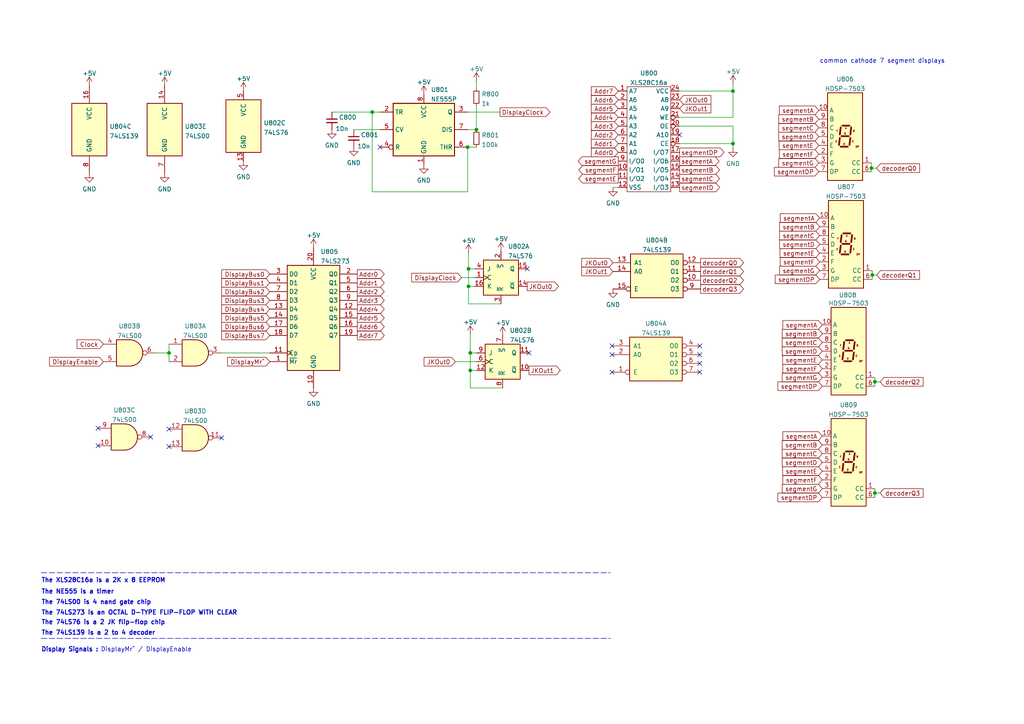
<source format=kicad_sch>
(kicad_sch (version 20211123) (generator eeschema)

  (uuid 08e8b4f8-1575-4041-8db2-30181fca4ae5)

  (paper "A4")

  (title_block
    (title "Display")
    (date "2022-11-07")
    (rev "0.1v")
    (company "FLYX")
  )

  (lib_symbols
    (symbol "74xx:74LS00" (pin_names (offset 1.016)) (in_bom yes) (on_board yes)
      (property "Reference" "U" (id 0) (at 0 1.27 0)
        (effects (font (size 1.27 1.27)))
      )
      (property "Value" "74LS00" (id 1) (at 0 -1.27 0)
        (effects (font (size 1.27 1.27)))
      )
      (property "Footprint" "" (id 2) (at 0 0 0)
        (effects (font (size 1.27 1.27)) hide)
      )
      (property "Datasheet" "http://www.ti.com/lit/gpn/sn74ls00" (id 3) (at 0 0 0)
        (effects (font (size 1.27 1.27)) hide)
      )
      (property "ki_locked" "" (id 4) (at 0 0 0)
        (effects (font (size 1.27 1.27)))
      )
      (property "ki_keywords" "TTL nand 2-input" (id 5) (at 0 0 0)
        (effects (font (size 1.27 1.27)) hide)
      )
      (property "ki_description" "quad 2-input NAND gate" (id 6) (at 0 0 0)
        (effects (font (size 1.27 1.27)) hide)
      )
      (property "ki_fp_filters" "DIP*W7.62mm* SO14*" (id 7) (at 0 0 0)
        (effects (font (size 1.27 1.27)) hide)
      )
      (symbol "74LS00_1_1"
        (arc (start 0 -3.81) (mid 3.81 0) (end 0 3.81)
          (stroke (width 0.254) (type default) (color 0 0 0 0))
          (fill (type background))
        )
        (polyline
          (pts
            (xy 0 3.81)
            (xy -3.81 3.81)
            (xy -3.81 -3.81)
            (xy 0 -3.81)
          )
          (stroke (width 0.254) (type default) (color 0 0 0 0))
          (fill (type background))
        )
        (pin input line (at -7.62 2.54 0) (length 3.81)
          (name "~" (effects (font (size 1.27 1.27))))
          (number "1" (effects (font (size 1.27 1.27))))
        )
        (pin input line (at -7.62 -2.54 0) (length 3.81)
          (name "~" (effects (font (size 1.27 1.27))))
          (number "2" (effects (font (size 1.27 1.27))))
        )
        (pin output inverted (at 7.62 0 180) (length 3.81)
          (name "~" (effects (font (size 1.27 1.27))))
          (number "3" (effects (font (size 1.27 1.27))))
        )
      )
      (symbol "74LS00_1_2"
        (arc (start -3.81 -3.81) (mid -2.589 0) (end -3.81 3.81)
          (stroke (width 0.254) (type default) (color 0 0 0 0))
          (fill (type none))
        )
        (arc (start -0.6096 -3.81) (mid 2.1855 -2.584) (end 3.81 0)
          (stroke (width 0.254) (type default) (color 0 0 0 0))
          (fill (type background))
        )
        (polyline
          (pts
            (xy -3.81 -3.81)
            (xy -0.635 -3.81)
          )
          (stroke (width 0.254) (type default) (color 0 0 0 0))
          (fill (type background))
        )
        (polyline
          (pts
            (xy -3.81 3.81)
            (xy -0.635 3.81)
          )
          (stroke (width 0.254) (type default) (color 0 0 0 0))
          (fill (type background))
        )
        (polyline
          (pts
            (xy -0.635 3.81)
            (xy -3.81 3.81)
            (xy -3.81 3.81)
            (xy -3.556 3.4036)
            (xy -3.0226 2.2606)
            (xy -2.6924 1.0414)
            (xy -2.6162 -0.254)
            (xy -2.7686 -1.4986)
            (xy -3.175 -2.7178)
            (xy -3.81 -3.81)
            (xy -3.81 -3.81)
            (xy -0.635 -3.81)
          )
          (stroke (width -25.4) (type default) (color 0 0 0 0))
          (fill (type background))
        )
        (arc (start 3.81 0) (mid 2.1928 2.5925) (end -0.6096 3.81)
          (stroke (width 0.254) (type default) (color 0 0 0 0))
          (fill (type background))
        )
        (pin input inverted (at -7.62 2.54 0) (length 4.318)
          (name "~" (effects (font (size 1.27 1.27))))
          (number "1" (effects (font (size 1.27 1.27))))
        )
        (pin input inverted (at -7.62 -2.54 0) (length 4.318)
          (name "~" (effects (font (size 1.27 1.27))))
          (number "2" (effects (font (size 1.27 1.27))))
        )
        (pin output line (at 7.62 0 180) (length 3.81)
          (name "~" (effects (font (size 1.27 1.27))))
          (number "3" (effects (font (size 1.27 1.27))))
        )
      )
      (symbol "74LS00_2_1"
        (arc (start 0 -3.81) (mid 3.81 0) (end 0 3.81)
          (stroke (width 0.254) (type default) (color 0 0 0 0))
          (fill (type background))
        )
        (polyline
          (pts
            (xy 0 3.81)
            (xy -3.81 3.81)
            (xy -3.81 -3.81)
            (xy 0 -3.81)
          )
          (stroke (width 0.254) (type default) (color 0 0 0 0))
          (fill (type background))
        )
        (pin input line (at -7.62 2.54 0) (length 3.81)
          (name "~" (effects (font (size 1.27 1.27))))
          (number "4" (effects (font (size 1.27 1.27))))
        )
        (pin input line (at -7.62 -2.54 0) (length 3.81)
          (name "~" (effects (font (size 1.27 1.27))))
          (number "5" (effects (font (size 1.27 1.27))))
        )
        (pin output inverted (at 7.62 0 180) (length 3.81)
          (name "~" (effects (font (size 1.27 1.27))))
          (number "6" (effects (font (size 1.27 1.27))))
        )
      )
      (symbol "74LS00_2_2"
        (arc (start -3.81 -3.81) (mid -2.589 0) (end -3.81 3.81)
          (stroke (width 0.254) (type default) (color 0 0 0 0))
          (fill (type none))
        )
        (arc (start -0.6096 -3.81) (mid 2.1855 -2.584) (end 3.81 0)
          (stroke (width 0.254) (type default) (color 0 0 0 0))
          (fill (type background))
        )
        (polyline
          (pts
            (xy -3.81 -3.81)
            (xy -0.635 -3.81)
          )
          (stroke (width 0.254) (type default) (color 0 0 0 0))
          (fill (type background))
        )
        (polyline
          (pts
            (xy -3.81 3.81)
            (xy -0.635 3.81)
          )
          (stroke (width 0.254) (type default) (color 0 0 0 0))
          (fill (type background))
        )
        (polyline
          (pts
            (xy -0.635 3.81)
            (xy -3.81 3.81)
            (xy -3.81 3.81)
            (xy -3.556 3.4036)
            (xy -3.0226 2.2606)
            (xy -2.6924 1.0414)
            (xy -2.6162 -0.254)
            (xy -2.7686 -1.4986)
            (xy -3.175 -2.7178)
            (xy -3.81 -3.81)
            (xy -3.81 -3.81)
            (xy -0.635 -3.81)
          )
          (stroke (width -25.4) (type default) (color 0 0 0 0))
          (fill (type background))
        )
        (arc (start 3.81 0) (mid 2.1928 2.5925) (end -0.6096 3.81)
          (stroke (width 0.254) (type default) (color 0 0 0 0))
          (fill (type background))
        )
        (pin input inverted (at -7.62 2.54 0) (length 4.318)
          (name "~" (effects (font (size 1.27 1.27))))
          (number "4" (effects (font (size 1.27 1.27))))
        )
        (pin input inverted (at -7.62 -2.54 0) (length 4.318)
          (name "~" (effects (font (size 1.27 1.27))))
          (number "5" (effects (font (size 1.27 1.27))))
        )
        (pin output line (at 7.62 0 180) (length 3.81)
          (name "~" (effects (font (size 1.27 1.27))))
          (number "6" (effects (font (size 1.27 1.27))))
        )
      )
      (symbol "74LS00_3_1"
        (arc (start 0 -3.81) (mid 3.81 0) (end 0 3.81)
          (stroke (width 0.254) (type default) (color 0 0 0 0))
          (fill (type background))
        )
        (polyline
          (pts
            (xy 0 3.81)
            (xy -3.81 3.81)
            (xy -3.81 -3.81)
            (xy 0 -3.81)
          )
          (stroke (width 0.254) (type default) (color 0 0 0 0))
          (fill (type background))
        )
        (pin input line (at -7.62 -2.54 0) (length 3.81)
          (name "~" (effects (font (size 1.27 1.27))))
          (number "10" (effects (font (size 1.27 1.27))))
        )
        (pin output inverted (at 7.62 0 180) (length 3.81)
          (name "~" (effects (font (size 1.27 1.27))))
          (number "8" (effects (font (size 1.27 1.27))))
        )
        (pin input line (at -7.62 2.54 0) (length 3.81)
          (name "~" (effects (font (size 1.27 1.27))))
          (number "9" (effects (font (size 1.27 1.27))))
        )
      )
      (symbol "74LS00_3_2"
        (arc (start -3.81 -3.81) (mid -2.589 0) (end -3.81 3.81)
          (stroke (width 0.254) (type default) (color 0 0 0 0))
          (fill (type none))
        )
        (arc (start -0.6096 -3.81) (mid 2.1855 -2.584) (end 3.81 0)
          (stroke (width 0.254) (type default) (color 0 0 0 0))
          (fill (type background))
        )
        (polyline
          (pts
            (xy -3.81 -3.81)
            (xy -0.635 -3.81)
          )
          (stroke (width 0.254) (type default) (color 0 0 0 0))
          (fill (type background))
        )
        (polyline
          (pts
            (xy -3.81 3.81)
            (xy -0.635 3.81)
          )
          (stroke (width 0.254) (type default) (color 0 0 0 0))
          (fill (type background))
        )
        (polyline
          (pts
            (xy -0.635 3.81)
            (xy -3.81 3.81)
            (xy -3.81 3.81)
            (xy -3.556 3.4036)
            (xy -3.0226 2.2606)
            (xy -2.6924 1.0414)
            (xy -2.6162 -0.254)
            (xy -2.7686 -1.4986)
            (xy -3.175 -2.7178)
            (xy -3.81 -3.81)
            (xy -3.81 -3.81)
            (xy -0.635 -3.81)
          )
          (stroke (width -25.4) (type default) (color 0 0 0 0))
          (fill (type background))
        )
        (arc (start 3.81 0) (mid 2.1928 2.5925) (end -0.6096 3.81)
          (stroke (width 0.254) (type default) (color 0 0 0 0))
          (fill (type background))
        )
        (pin input inverted (at -7.62 -2.54 0) (length 4.318)
          (name "~" (effects (font (size 1.27 1.27))))
          (number "10" (effects (font (size 1.27 1.27))))
        )
        (pin output line (at 7.62 0 180) (length 3.81)
          (name "~" (effects (font (size 1.27 1.27))))
          (number "8" (effects (font (size 1.27 1.27))))
        )
        (pin input inverted (at -7.62 2.54 0) (length 4.318)
          (name "~" (effects (font (size 1.27 1.27))))
          (number "9" (effects (font (size 1.27 1.27))))
        )
      )
      (symbol "74LS00_4_1"
        (arc (start 0 -3.81) (mid 3.81 0) (end 0 3.81)
          (stroke (width 0.254) (type default) (color 0 0 0 0))
          (fill (type background))
        )
        (polyline
          (pts
            (xy 0 3.81)
            (xy -3.81 3.81)
            (xy -3.81 -3.81)
            (xy 0 -3.81)
          )
          (stroke (width 0.254) (type default) (color 0 0 0 0))
          (fill (type background))
        )
        (pin output inverted (at 7.62 0 180) (length 3.81)
          (name "~" (effects (font (size 1.27 1.27))))
          (number "11" (effects (font (size 1.27 1.27))))
        )
        (pin input line (at -7.62 2.54 0) (length 3.81)
          (name "~" (effects (font (size 1.27 1.27))))
          (number "12" (effects (font (size 1.27 1.27))))
        )
        (pin input line (at -7.62 -2.54 0) (length 3.81)
          (name "~" (effects (font (size 1.27 1.27))))
          (number "13" (effects (font (size 1.27 1.27))))
        )
      )
      (symbol "74LS00_4_2"
        (arc (start -3.81 -3.81) (mid -2.589 0) (end -3.81 3.81)
          (stroke (width 0.254) (type default) (color 0 0 0 0))
          (fill (type none))
        )
        (arc (start -0.6096 -3.81) (mid 2.1855 -2.584) (end 3.81 0)
          (stroke (width 0.254) (type default) (color 0 0 0 0))
          (fill (type background))
        )
        (polyline
          (pts
            (xy -3.81 -3.81)
            (xy -0.635 -3.81)
          )
          (stroke (width 0.254) (type default) (color 0 0 0 0))
          (fill (type background))
        )
        (polyline
          (pts
            (xy -3.81 3.81)
            (xy -0.635 3.81)
          )
          (stroke (width 0.254) (type default) (color 0 0 0 0))
          (fill (type background))
        )
        (polyline
          (pts
            (xy -0.635 3.81)
            (xy -3.81 3.81)
            (xy -3.81 3.81)
            (xy -3.556 3.4036)
            (xy -3.0226 2.2606)
            (xy -2.6924 1.0414)
            (xy -2.6162 -0.254)
            (xy -2.7686 -1.4986)
            (xy -3.175 -2.7178)
            (xy -3.81 -3.81)
            (xy -3.81 -3.81)
            (xy -0.635 -3.81)
          )
          (stroke (width -25.4) (type default) (color 0 0 0 0))
          (fill (type background))
        )
        (arc (start 3.81 0) (mid 2.1928 2.5925) (end -0.6096 3.81)
          (stroke (width 0.254) (type default) (color 0 0 0 0))
          (fill (type background))
        )
        (pin output line (at 7.62 0 180) (length 3.81)
          (name "~" (effects (font (size 1.27 1.27))))
          (number "11" (effects (font (size 1.27 1.27))))
        )
        (pin input inverted (at -7.62 2.54 0) (length 4.318)
          (name "~" (effects (font (size 1.27 1.27))))
          (number "12" (effects (font (size 1.27 1.27))))
        )
        (pin input inverted (at -7.62 -2.54 0) (length 4.318)
          (name "~" (effects (font (size 1.27 1.27))))
          (number "13" (effects (font (size 1.27 1.27))))
        )
      )
      (symbol "74LS00_5_0"
        (pin power_in line (at 0 12.7 270) (length 5.08)
          (name "VCC" (effects (font (size 1.27 1.27))))
          (number "14" (effects (font (size 1.27 1.27))))
        )
        (pin power_in line (at 0 -12.7 90) (length 5.08)
          (name "GND" (effects (font (size 1.27 1.27))))
          (number "7" (effects (font (size 1.27 1.27))))
        )
      )
      (symbol "74LS00_5_1"
        (rectangle (start -5.08 7.62) (end 5.08 -7.62)
          (stroke (width 0.254) (type default) (color 0 0 0 0))
          (fill (type background))
        )
      )
    )
    (symbol "74xx:74LS139" (pin_names (offset 1.016)) (in_bom yes) (on_board yes)
      (property "Reference" "U" (id 0) (at -7.62 8.89 0)
        (effects (font (size 1.27 1.27)))
      )
      (property "Value" "74LS139" (id 1) (at -7.62 -8.89 0)
        (effects (font (size 1.27 1.27)))
      )
      (property "Footprint" "" (id 2) (at 0 0 0)
        (effects (font (size 1.27 1.27)) hide)
      )
      (property "Datasheet" "http://www.ti.com/lit/ds/symlink/sn74ls139a.pdf" (id 3) (at 0 0 0)
        (effects (font (size 1.27 1.27)) hide)
      )
      (property "ki_locked" "" (id 4) (at 0 0 0)
        (effects (font (size 1.27 1.27)))
      )
      (property "ki_keywords" "TTL DECOD4" (id 5) (at 0 0 0)
        (effects (font (size 1.27 1.27)) hide)
      )
      (property "ki_description" "Dual Decoder 1 of 4, Active low outputs" (id 6) (at 0 0 0)
        (effects (font (size 1.27 1.27)) hide)
      )
      (property "ki_fp_filters" "DIP?16*" (id 7) (at 0 0 0)
        (effects (font (size 1.27 1.27)) hide)
      )
      (symbol "74LS139_1_0"
        (pin input inverted (at -12.7 -5.08 0) (length 5.08)
          (name "E" (effects (font (size 1.27 1.27))))
          (number "1" (effects (font (size 1.27 1.27))))
        )
        (pin input line (at -12.7 0 0) (length 5.08)
          (name "A0" (effects (font (size 1.27 1.27))))
          (number "2" (effects (font (size 1.27 1.27))))
        )
        (pin input line (at -12.7 2.54 0) (length 5.08)
          (name "A1" (effects (font (size 1.27 1.27))))
          (number "3" (effects (font (size 1.27 1.27))))
        )
        (pin output inverted (at 12.7 2.54 180) (length 5.08)
          (name "O0" (effects (font (size 1.27 1.27))))
          (number "4" (effects (font (size 1.27 1.27))))
        )
        (pin output inverted (at 12.7 0 180) (length 5.08)
          (name "O1" (effects (font (size 1.27 1.27))))
          (number "5" (effects (font (size 1.27 1.27))))
        )
        (pin output inverted (at 12.7 -2.54 180) (length 5.08)
          (name "O2" (effects (font (size 1.27 1.27))))
          (number "6" (effects (font (size 1.27 1.27))))
        )
        (pin output inverted (at 12.7 -5.08 180) (length 5.08)
          (name "O3" (effects (font (size 1.27 1.27))))
          (number "7" (effects (font (size 1.27 1.27))))
        )
      )
      (symbol "74LS139_1_1"
        (rectangle (start -7.62 5.08) (end 7.62 -7.62)
          (stroke (width 0.254) (type default) (color 0 0 0 0))
          (fill (type background))
        )
      )
      (symbol "74LS139_2_0"
        (pin output inverted (at 12.7 -2.54 180) (length 5.08)
          (name "O2" (effects (font (size 1.27 1.27))))
          (number "10" (effects (font (size 1.27 1.27))))
        )
        (pin output inverted (at 12.7 0 180) (length 5.08)
          (name "O1" (effects (font (size 1.27 1.27))))
          (number "11" (effects (font (size 1.27 1.27))))
        )
        (pin output inverted (at 12.7 2.54 180) (length 5.08)
          (name "O0" (effects (font (size 1.27 1.27))))
          (number "12" (effects (font (size 1.27 1.27))))
        )
        (pin input line (at -12.7 2.54 0) (length 5.08)
          (name "A1" (effects (font (size 1.27 1.27))))
          (number "13" (effects (font (size 1.27 1.27))))
        )
        (pin input line (at -12.7 0 0) (length 5.08)
          (name "A0" (effects (font (size 1.27 1.27))))
          (number "14" (effects (font (size 1.27 1.27))))
        )
        (pin input inverted (at -12.7 -5.08 0) (length 5.08)
          (name "E" (effects (font (size 1.27 1.27))))
          (number "15" (effects (font (size 1.27 1.27))))
        )
        (pin output inverted (at 12.7 -5.08 180) (length 5.08)
          (name "O3" (effects (font (size 1.27 1.27))))
          (number "9" (effects (font (size 1.27 1.27))))
        )
      )
      (symbol "74LS139_2_1"
        (rectangle (start -7.62 5.08) (end 7.62 -7.62)
          (stroke (width 0.254) (type default) (color 0 0 0 0))
          (fill (type background))
        )
      )
      (symbol "74LS139_3_0"
        (pin power_in line (at 0 12.7 270) (length 5.08)
          (name "VCC" (effects (font (size 1.27 1.27))))
          (number "16" (effects (font (size 1.27 1.27))))
        )
        (pin power_in line (at 0 -12.7 90) (length 5.08)
          (name "GND" (effects (font (size 1.27 1.27))))
          (number "8" (effects (font (size 1.27 1.27))))
        )
      )
      (symbol "74LS139_3_1"
        (rectangle (start -5.08 7.62) (end 5.08 -7.62)
          (stroke (width 0.254) (type default) (color 0 0 0 0))
          (fill (type background))
        )
      )
    )
    (symbol "74xx:74LS273" (in_bom yes) (on_board yes)
      (property "Reference" "U" (id 0) (at -7.62 16.51 0)
        (effects (font (size 1.27 1.27)))
      )
      (property "Value" "74LS273" (id 1) (at -7.62 -16.51 0)
        (effects (font (size 1.27 1.27)))
      )
      (property "Footprint" "" (id 2) (at 0 0 0)
        (effects (font (size 1.27 1.27)) hide)
      )
      (property "Datasheet" "http://www.ti.com/lit/gpn/sn74LS273" (id 3) (at 0 0 0)
        (effects (font (size 1.27 1.27)) hide)
      )
      (property "ki_keywords" "TTL DFF DFF8" (id 4) (at 0 0 0)
        (effects (font (size 1.27 1.27)) hide)
      )
      (property "ki_description" "8-bit D Flip-Flop, reset" (id 5) (at 0 0 0)
        (effects (font (size 1.27 1.27)) hide)
      )
      (property "ki_fp_filters" "DIP?20* SO?20* SOIC?20*" (id 6) (at 0 0 0)
        (effects (font (size 1.27 1.27)) hide)
      )
      (symbol "74LS273_1_0"
        (pin input line (at -12.7 -12.7 0) (length 5.08)
          (name "~{Mr}" (effects (font (size 1.27 1.27))))
          (number "1" (effects (font (size 1.27 1.27))))
        )
        (pin power_in line (at 0 -20.32 90) (length 5.08)
          (name "GND" (effects (font (size 1.27 1.27))))
          (number "10" (effects (font (size 1.27 1.27))))
        )
        (pin input clock (at -12.7 -10.16 0) (length 5.08)
          (name "Cp" (effects (font (size 1.27 1.27))))
          (number "11" (effects (font (size 1.27 1.27))))
        )
        (pin output line (at 12.7 2.54 180) (length 5.08)
          (name "Q4" (effects (font (size 1.27 1.27))))
          (number "12" (effects (font (size 1.27 1.27))))
        )
        (pin input line (at -12.7 2.54 0) (length 5.08)
          (name "D4" (effects (font (size 1.27 1.27))))
          (number "13" (effects (font (size 1.27 1.27))))
        )
        (pin input line (at -12.7 0 0) (length 5.08)
          (name "D5" (effects (font (size 1.27 1.27))))
          (number "14" (effects (font (size 1.27 1.27))))
        )
        (pin output line (at 12.7 0 180) (length 5.08)
          (name "Q5" (effects (font (size 1.27 1.27))))
          (number "15" (effects (font (size 1.27 1.27))))
        )
        (pin output line (at 12.7 -2.54 180) (length 5.08)
          (name "Q6" (effects (font (size 1.27 1.27))))
          (number "16" (effects (font (size 1.27 1.27))))
        )
        (pin input line (at -12.7 -2.54 0) (length 5.08)
          (name "D6" (effects (font (size 1.27 1.27))))
          (number "17" (effects (font (size 1.27 1.27))))
        )
        (pin input line (at -12.7 -5.08 0) (length 5.08)
          (name "D7" (effects (font (size 1.27 1.27))))
          (number "18" (effects (font (size 1.27 1.27))))
        )
        (pin output line (at 12.7 -5.08 180) (length 5.08)
          (name "Q7" (effects (font (size 1.27 1.27))))
          (number "19" (effects (font (size 1.27 1.27))))
        )
        (pin output line (at 12.7 12.7 180) (length 5.08)
          (name "Q0" (effects (font (size 1.27 1.27))))
          (number "2" (effects (font (size 1.27 1.27))))
        )
        (pin power_in line (at 0 20.32 270) (length 5.08)
          (name "VCC" (effects (font (size 1.27 1.27))))
          (number "20" (effects (font (size 1.27 1.27))))
        )
        (pin input line (at -12.7 12.7 0) (length 5.08)
          (name "D0" (effects (font (size 1.27 1.27))))
          (number "3" (effects (font (size 1.27 1.27))))
        )
        (pin input line (at -12.7 10.16 0) (length 5.08)
          (name "D1" (effects (font (size 1.27 1.27))))
          (number "4" (effects (font (size 1.27 1.27))))
        )
        (pin output line (at 12.7 10.16 180) (length 5.08)
          (name "Q1" (effects (font (size 1.27 1.27))))
          (number "5" (effects (font (size 1.27 1.27))))
        )
        (pin output line (at 12.7 7.62 180) (length 5.08)
          (name "Q2" (effects (font (size 1.27 1.27))))
          (number "6" (effects (font (size 1.27 1.27))))
        )
        (pin input line (at -12.7 7.62 0) (length 5.08)
          (name "D2" (effects (font (size 1.27 1.27))))
          (number "7" (effects (font (size 1.27 1.27))))
        )
        (pin input line (at -12.7 5.08 0) (length 5.08)
          (name "D3" (effects (font (size 1.27 1.27))))
          (number "8" (effects (font (size 1.27 1.27))))
        )
        (pin output line (at 12.7 5.08 180) (length 5.08)
          (name "Q3" (effects (font (size 1.27 1.27))))
          (number "9" (effects (font (size 1.27 1.27))))
        )
      )
      (symbol "74LS273_1_1"
        (rectangle (start -7.62 15.24) (end 7.62 -15.24)
          (stroke (width 0.254) (type default) (color 0 0 0 0))
          (fill (type background))
        )
      )
    )
    (symbol "74xx:74LS76" (pin_names (offset 1.016)) (in_bom yes) (on_board yes)
      (property "Reference" "U" (id 0) (at -7.62 8.89 0)
        (effects (font (size 1.27 1.27)))
      )
      (property "Value" "74LS76" (id 1) (at -7.62 -8.89 0)
        (effects (font (size 1.27 1.27)))
      )
      (property "Footprint" "" (id 2) (at 0 0 0)
        (effects (font (size 1.27 1.27)) hide)
      )
      (property "Datasheet" "http://www.ti.com/lit/gpn/sn74LS76" (id 3) (at 0 0 0)
        (effects (font (size 1.27 1.27)) hide)
      )
      (property "ki_locked" "" (id 4) (at 0 0 0)
        (effects (font (size 1.27 1.27)))
      )
      (property "ki_keywords" "TTL JK JKFF" (id 5) (at 0 0 0)
        (effects (font (size 1.27 1.27)) hide)
      )
      (property "ki_description" "Dual JK Flip-flop, Set & Reset" (id 6) (at 0 0 0)
        (effects (font (size 1.27 1.27)) hide)
      )
      (property "ki_fp_filters" "DIP?16*" (id 7) (at 0 0 0)
        (effects (font (size 1.27 1.27)) hide)
      )
      (symbol "74LS76_1_0"
        (pin input clock (at -7.62 0 0) (length 2.54)
          (name "C" (effects (font (size 1.27 1.27))))
          (number "1" (effects (font (size 1.27 1.27))))
        )
        (pin output line (at 7.62 -2.54 180) (length 2.54)
          (name "~{Q}" (effects (font (size 1.27 1.27))))
          (number "14" (effects (font (size 1.27 1.27))))
        )
        (pin output line (at 7.62 2.54 180) (length 2.54)
          (name "Q" (effects (font (size 1.27 1.27))))
          (number "15" (effects (font (size 1.27 1.27))))
        )
        (pin input line (at -7.62 -2.54 0) (length 2.54)
          (name "K" (effects (font (size 1.27 1.27))))
          (number "16" (effects (font (size 1.27 1.27))))
        )
        (pin input line (at 0 7.62 270) (length 2.54)
          (name "~{S}" (effects (font (size 1.27 1.27))))
          (number "2" (effects (font (size 1.27 1.27))))
        )
        (pin input line (at 0 -7.62 90) (length 2.54)
          (name "~{R}" (effects (font (size 1.27 1.27))))
          (number "3" (effects (font (size 1.27 1.27))))
        )
        (pin input line (at -7.62 2.54 0) (length 2.54)
          (name "J" (effects (font (size 1.27 1.27))))
          (number "4" (effects (font (size 1.27 1.27))))
        )
      )
      (symbol "74LS76_1_1"
        (rectangle (start -5.08 5.08) (end 5.08 -5.08)
          (stroke (width 0.254) (type default) (color 0 0 0 0))
          (fill (type background))
        )
      )
      (symbol "74LS76_2_0"
        (pin output line (at 7.62 -2.54 180) (length 2.54)
          (name "~{Q}" (effects (font (size 1.27 1.27))))
          (number "10" (effects (font (size 1.27 1.27))))
        )
        (pin output line (at 7.62 2.54 180) (length 2.54)
          (name "Q" (effects (font (size 1.27 1.27))))
          (number "11" (effects (font (size 1.27 1.27))))
        )
        (pin input line (at -7.62 -2.54 0) (length 2.54)
          (name "K" (effects (font (size 1.27 1.27))))
          (number "12" (effects (font (size 1.27 1.27))))
        )
        (pin input clock (at -7.62 0 0) (length 2.54)
          (name "C" (effects (font (size 1.27 1.27))))
          (number "6" (effects (font (size 1.27 1.27))))
        )
        (pin input line (at 0 7.62 270) (length 2.54)
          (name "~{S}" (effects (font (size 1.27 1.27))))
          (number "7" (effects (font (size 1.27 1.27))))
        )
        (pin input line (at 0 -7.62 90) (length 2.54)
          (name "~{R}" (effects (font (size 1.27 1.27))))
          (number "8" (effects (font (size 1.27 1.27))))
        )
        (pin input line (at -7.62 2.54 0) (length 2.54)
          (name "J" (effects (font (size 1.27 1.27))))
          (number "9" (effects (font (size 1.27 1.27))))
        )
      )
      (symbol "74LS76_2_1"
        (rectangle (start -5.08 5.08) (end 5.08 -5.08)
          (stroke (width 0.254) (type default) (color 0 0 0 0))
          (fill (type background))
        )
      )
      (symbol "74LS76_3_0"
        (pin power_in line (at 0 -10.16 90) (length 2.54)
          (name "GND" (effects (font (size 1.27 1.27))))
          (number "13" (effects (font (size 1.27 1.27))))
        )
        (pin power_in line (at 0 10.16 270) (length 2.54)
          (name "VCC" (effects (font (size 1.27 1.27))))
          (number "5" (effects (font (size 1.27 1.27))))
        )
      )
      (symbol "74LS76_3_1"
        (rectangle (start -5.08 7.62) (end 5.08 -7.62)
          (stroke (width 0.254) (type default) (color 0 0 0 0))
          (fill (type background))
        )
      )
    )
    (symbol "Device:C_Small" (pin_numbers hide) (pin_names (offset 0.254) hide) (in_bom yes) (on_board yes)
      (property "Reference" "C" (id 0) (at 0.254 1.778 0)
        (effects (font (size 1.27 1.27)) (justify left))
      )
      (property "Value" "C_Small" (id 1) (at 0.254 -2.032 0)
        (effects (font (size 1.27 1.27)) (justify left))
      )
      (property "Footprint" "" (id 2) (at 0 0 0)
        (effects (font (size 1.27 1.27)) hide)
      )
      (property "Datasheet" "~" (id 3) (at 0 0 0)
        (effects (font (size 1.27 1.27)) hide)
      )
      (property "ki_keywords" "capacitor cap" (id 4) (at 0 0 0)
        (effects (font (size 1.27 1.27)) hide)
      )
      (property "ki_description" "Unpolarized capacitor, small symbol" (id 5) (at 0 0 0)
        (effects (font (size 1.27 1.27)) hide)
      )
      (property "ki_fp_filters" "C_*" (id 6) (at 0 0 0)
        (effects (font (size 1.27 1.27)) hide)
      )
      (symbol "C_Small_0_1"
        (polyline
          (pts
            (xy -1.524 -0.508)
            (xy 1.524 -0.508)
          )
          (stroke (width 0.3302) (type default) (color 0 0 0 0))
          (fill (type none))
        )
        (polyline
          (pts
            (xy -1.524 0.508)
            (xy 1.524 0.508)
          )
          (stroke (width 0.3048) (type default) (color 0 0 0 0))
          (fill (type none))
        )
      )
      (symbol "C_Small_1_1"
        (pin passive line (at 0 2.54 270) (length 2.032)
          (name "~" (effects (font (size 1.27 1.27))))
          (number "1" (effects (font (size 1.27 1.27))))
        )
        (pin passive line (at 0 -2.54 90) (length 2.032)
          (name "~" (effects (font (size 1.27 1.27))))
          (number "2" (effects (font (size 1.27 1.27))))
        )
      )
    )
    (symbol "Device:R_Small" (pin_numbers hide) (pin_names (offset 0.254) hide) (in_bom yes) (on_board yes)
      (property "Reference" "R" (id 0) (at 0.762 0.508 0)
        (effects (font (size 1.27 1.27)) (justify left))
      )
      (property "Value" "R_Small" (id 1) (at 0.762 -1.016 0)
        (effects (font (size 1.27 1.27)) (justify left))
      )
      (property "Footprint" "" (id 2) (at 0 0 0)
        (effects (font (size 1.27 1.27)) hide)
      )
      (property "Datasheet" "~" (id 3) (at 0 0 0)
        (effects (font (size 1.27 1.27)) hide)
      )
      (property "ki_keywords" "R resistor" (id 4) (at 0 0 0)
        (effects (font (size 1.27 1.27)) hide)
      )
      (property "ki_description" "Resistor, small symbol" (id 5) (at 0 0 0)
        (effects (font (size 1.27 1.27)) hide)
      )
      (property "ki_fp_filters" "R_*" (id 6) (at 0 0 0)
        (effects (font (size 1.27 1.27)) hide)
      )
      (symbol "R_Small_0_1"
        (rectangle (start -0.762 1.778) (end 0.762 -1.778)
          (stroke (width 0.2032) (type default) (color 0 0 0 0))
          (fill (type none))
        )
      )
      (symbol "R_Small_1_1"
        (pin passive line (at 0 2.54 270) (length 0.762)
          (name "~" (effects (font (size 1.27 1.27))))
          (number "1" (effects (font (size 1.27 1.27))))
        )
        (pin passive line (at 0 -2.54 90) (length 0.762)
          (name "~" (effects (font (size 1.27 1.27))))
          (number "2" (effects (font (size 1.27 1.27))))
        )
      )
    )
    (symbol "Display_Character:HDSP-7503" (in_bom yes) (on_board yes)
      (property "Reference" "U" (id 0) (at -3.81 13.97 0)
        (effects (font (size 1.27 1.27)))
      )
      (property "Value" "HDSP-7503" (id 1) (at 6.35 13.97 0)
        (effects (font (size 1.27 1.27)))
      )
      (property "Footprint" "Display_7Segment:HDSP-A151" (id 2) (at 0 -13.97 0)
        (effects (font (size 1.27 1.27)) hide)
      )
      (property "Datasheet" "https://docs.broadcom.com/docs/AV02-2553EN" (id 3) (at -10.16 13.97 0)
        (effects (font (size 1.27 1.27)) hide)
      )
      (property "ki_keywords" "display LED 7-segment" (id 4) (at 0 0 0)
        (effects (font (size 1.27 1.27)) hide)
      )
      (property "ki_description" "One digit 7 segment high efficiency red, common cathode" (id 5) (at 0 0 0)
        (effects (font (size 1.27 1.27)) hide)
      )
      (property "ki_fp_filters" "HDSP?A151*" (id 6) (at 0 0 0)
        (effects (font (size 1.27 1.27)) hide)
      )
      (symbol "HDSP-7503_1_0"
        (text "A" (at 0.254 2.413 0)
          (effects (font (size 0.508 0.508)))
        )
        (text "B" (at 2.54 1.651 0)
          (effects (font (size 0.508 0.508)))
        )
        (text "C" (at 2.286 -1.397 0)
          (effects (font (size 0.508 0.508)))
        )
        (text "D" (at -0.254 -2.159 0)
          (effects (font (size 0.508 0.508)))
        )
        (text "DP" (at 3.556 -2.921 0)
          (effects (font (size 0.508 0.508)))
        )
        (text "E" (at -2.54 -1.397 0)
          (effects (font (size 0.508 0.508)))
        )
        (text "F" (at -2.286 1.651 0)
          (effects (font (size 0.508 0.508)))
        )
        (text "G" (at 0 0.889 0)
          (effects (font (size 0.508 0.508)))
        )
      )
      (symbol "HDSP-7503_1_1"
        (rectangle (start -5.08 12.7) (end 5.08 -12.7)
          (stroke (width 0.254) (type default) (color 0 0 0 0))
          (fill (type background))
        )
        (polyline
          (pts
            (xy -1.524 -0.381)
            (xy -1.778 -2.413)
          )
          (stroke (width 0.508) (type default) (color 0 0 0 0))
          (fill (type none))
        )
        (polyline
          (pts
            (xy -1.27 -2.921)
            (xy 0.762 -2.921)
          )
          (stroke (width 0.508) (type default) (color 0 0 0 0))
          (fill (type none))
        )
        (polyline
          (pts
            (xy -1.27 2.667)
            (xy -1.524 0.635)
          )
          (stroke (width 0.508) (type default) (color 0 0 0 0))
          (fill (type none))
        )
        (polyline
          (pts
            (xy -1.016 0.127)
            (xy 1.016 0.127)
          )
          (stroke (width 0.508) (type default) (color 0 0 0 0))
          (fill (type none))
        )
        (polyline
          (pts
            (xy -0.762 3.175)
            (xy 1.27 3.175)
          )
          (stroke (width 0.508) (type default) (color 0 0 0 0))
          (fill (type none))
        )
        (polyline
          (pts
            (xy 1.524 -0.381)
            (xy 1.27 -2.413)
          )
          (stroke (width 0.508) (type default) (color 0 0 0 0))
          (fill (type none))
        )
        (polyline
          (pts
            (xy 1.778 2.667)
            (xy 1.524 0.635)
          )
          (stroke (width 0.508) (type default) (color 0 0 0 0))
          (fill (type none))
        )
        (polyline
          (pts
            (xy 2.54 -2.921)
            (xy 2.54 -2.921)
          )
          (stroke (width 0.508) (type default) (color 0 0 0 0))
          (fill (type none))
        )
        (pin input line (at 7.62 -7.62 180) (length 2.54)
          (name "CC" (effects (font (size 1.27 1.27))))
          (number "1" (effects (font (size 1.27 1.27))))
        )
        (pin input line (at -7.62 7.62 0) (length 2.54)
          (name "A" (effects (font (size 1.27 1.27))))
          (number "10" (effects (font (size 1.27 1.27))))
        )
        (pin input line (at -7.62 -5.08 0) (length 2.54)
          (name "F" (effects (font (size 1.27 1.27))))
          (number "2" (effects (font (size 1.27 1.27))))
        )
        (pin input line (at -7.62 -7.62 0) (length 2.54)
          (name "G" (effects (font (size 1.27 1.27))))
          (number "3" (effects (font (size 1.27 1.27))))
        )
        (pin input line (at -7.62 -2.54 0) (length 2.54)
          (name "E" (effects (font (size 1.27 1.27))))
          (number "4" (effects (font (size 1.27 1.27))))
        )
        (pin input line (at -7.62 0 0) (length 2.54)
          (name "D" (effects (font (size 1.27 1.27))))
          (number "5" (effects (font (size 1.27 1.27))))
        )
        (pin input line (at 7.62 -10.16 180) (length 2.54)
          (name "CC" (effects (font (size 1.27 1.27))))
          (number "6" (effects (font (size 1.27 1.27))))
        )
        (pin input line (at -7.62 -10.16 0) (length 2.54)
          (name "DP" (effects (font (size 1.27 1.27))))
          (number "7" (effects (font (size 1.27 1.27))))
        )
        (pin input line (at -7.62 2.54 0) (length 2.54)
          (name "C" (effects (font (size 1.27 1.27))))
          (number "8" (effects (font (size 1.27 1.27))))
        )
        (pin input line (at -7.62 5.08 0) (length 2.54)
          (name "B" (effects (font (size 1.27 1.27))))
          (number "9" (effects (font (size 1.27 1.27))))
        )
      )
    )
    (symbol "Memory_EEPROM:XLS28C16a" (in_bom yes) (on_board yes)
      (property "Reference" "U" (id 0) (at 1.27 15.24 0)
        (effects (font (size 1.27 1.27)))
      )
      (property "Value" "XLS28C16a" (id 1) (at 6.35 -20.32 0)
        (effects (font (size 1.27 1.27)))
      )
      (property "Footprint" "" (id 2) (at 0 0 0)
        (effects (font (size 1.27 1.27)) hide)
      )
      (property "Datasheet" "" (id 3) (at 0 0 0)
        (effects (font (size 1.27 1.27)) hide)
      )
      (symbol "XLS28C16a_0_1"
        (rectangle (start -5.08 12.7) (end 7.62 -17.78)
          (stroke (width 0.1524) (type default) (color 0 0 0 0))
          (fill (type none))
        )
      )
      (symbol "XLS28C16a_1_1"
        (pin input line (at -7.62 11.43 0) (length 2.54)
          (name "A7" (effects (font (size 1.27 1.27))))
          (number "1" (effects (font (size 1.27 1.27))))
        )
        (pin bidirectional line (at -7.62 -11.43 0) (length 2.54)
          (name "I/O1" (effects (font (size 1.27 1.27))))
          (number "10" (effects (font (size 1.27 1.27))))
        )
        (pin bidirectional line (at -7.62 -13.97 0) (length 2.54)
          (name "I/O2" (effects (font (size 1.27 1.27))))
          (number "11" (effects (font (size 1.27 1.27))))
        )
        (pin power_in line (at -7.62 -16.51 0) (length 2.54)
          (name "VSS" (effects (font (size 1.27 1.27))))
          (number "12" (effects (font (size 1.27 1.27))))
        )
        (pin bidirectional line (at 10.16 -16.51 180) (length 2.54)
          (name "I/O3" (effects (font (size 1.27 1.27))))
          (number "13" (effects (font (size 1.27 1.27))))
        )
        (pin bidirectional line (at 10.16 -13.97 180) (length 2.54)
          (name "I/O4" (effects (font (size 1.27 1.27))))
          (number "14" (effects (font (size 1.27 1.27))))
        )
        (pin bidirectional line (at 10.16 -11.43 180) (length 2.54)
          (name "I/O5" (effects (font (size 1.27 1.27))))
          (number "15" (effects (font (size 1.27 1.27))))
        )
        (pin bidirectional line (at 10.16 -8.89 180) (length 2.54)
          (name "I/O6" (effects (font (size 1.27 1.27))))
          (number "16" (effects (font (size 1.27 1.27))))
        )
        (pin bidirectional line (at 10.16 -6.35 180) (length 2.54)
          (name "I/O7" (effects (font (size 1.27 1.27))))
          (number "17" (effects (font (size 1.27 1.27))))
        )
        (pin input inverted (at 10.16 -3.81 180) (length 2.54)
          (name "CE" (effects (font (size 1.27 1.27))))
          (number "18" (effects (font (size 1.27 1.27))))
        )
        (pin input line (at 10.16 -1.27 180) (length 2.54)
          (name "A10" (effects (font (size 1.27 1.27))))
          (number "19" (effects (font (size 1.27 1.27))))
        )
        (pin input line (at -7.62 8.89 0) (length 2.54)
          (name "A6" (effects (font (size 1.27 1.27))))
          (number "2" (effects (font (size 1.27 1.27))))
        )
        (pin input inverted (at 10.16 1.27 180) (length 2.54)
          (name "OE" (effects (font (size 1.27 1.27))))
          (number "20" (effects (font (size 1.27 1.27))))
        )
        (pin input inverted (at 10.16 3.81 180) (length 2.54)
          (name "WE" (effects (font (size 1.27 1.27))))
          (number "21" (effects (font (size 1.27 1.27))))
        )
        (pin input line (at 10.16 6.35 180) (length 2.54)
          (name "A9" (effects (font (size 1.27 1.27))))
          (number "22" (effects (font (size 1.27 1.27))))
        )
        (pin input line (at 10.16 8.89 180) (length 2.54)
          (name "A8" (effects (font (size 1.27 1.27))))
          (number "23" (effects (font (size 1.27 1.27))))
        )
        (pin power_in line (at 10.16 11.43 180) (length 2.54)
          (name "VCC" (effects (font (size 1.27 1.27))))
          (number "24" (effects (font (size 1.27 1.27))))
        )
        (pin input line (at -7.62 6.35 0) (length 2.54)
          (name "A5" (effects (font (size 1.27 1.27))))
          (number "3" (effects (font (size 1.27 1.27))))
        )
        (pin input line (at -7.62 3.81 0) (length 2.54)
          (name "A4" (effects (font (size 1.27 1.27))))
          (number "4" (effects (font (size 1.27 1.27))))
        )
        (pin input line (at -7.62 1.27 0) (length 2.54)
          (name "A3" (effects (font (size 1.27 1.27))))
          (number "5" (effects (font (size 1.27 1.27))))
        )
        (pin input line (at -7.62 -1.27 0) (length 2.54)
          (name "A2" (effects (font (size 1.27 1.27))))
          (number "6" (effects (font (size 1.27 1.27))))
        )
        (pin input line (at -7.62 -3.81 0) (length 2.54)
          (name "A1" (effects (font (size 1.27 1.27))))
          (number "7" (effects (font (size 1.27 1.27))))
        )
        (pin input line (at -7.62 -6.35 0) (length 2.54)
          (name "A0" (effects (font (size 1.27 1.27))))
          (number "8" (effects (font (size 1.27 1.27))))
        )
        (pin bidirectional line (at -7.62 -8.89 0) (length 2.54)
          (name "I/O0" (effects (font (size 1.27 1.27))))
          (number "9" (effects (font (size 1.27 1.27))))
        )
      )
    )
    (symbol "Timer:NE555P" (in_bom yes) (on_board yes)
      (property "Reference" "U" (id 0) (at -10.16 8.89 0)
        (effects (font (size 1.27 1.27)) (justify left))
      )
      (property "Value" "NE555P" (id 1) (at 2.54 8.89 0)
        (effects (font (size 1.27 1.27)) (justify left))
      )
      (property "Footprint" "Package_DIP:DIP-8_W7.62mm" (id 2) (at 16.51 -10.16 0)
        (effects (font (size 1.27 1.27)) hide)
      )
      (property "Datasheet" "http://www.ti.com/lit/ds/symlink/ne555.pdf" (id 3) (at 21.59 -10.16 0)
        (effects (font (size 1.27 1.27)) hide)
      )
      (property "ki_keywords" "single timer 555" (id 4) (at 0 0 0)
        (effects (font (size 1.27 1.27)) hide)
      )
      (property "ki_description" "Precision Timers, 555 compatible,  PDIP-8" (id 5) (at 0 0 0)
        (effects (font (size 1.27 1.27)) hide)
      )
      (property "ki_fp_filters" "DIP*W7.62mm*" (id 6) (at 0 0 0)
        (effects (font (size 1.27 1.27)) hide)
      )
      (symbol "NE555P_0_0"
        (pin power_in line (at 0 -10.16 90) (length 2.54)
          (name "GND" (effects (font (size 1.27 1.27))))
          (number "1" (effects (font (size 1.27 1.27))))
        )
        (pin power_in line (at 0 10.16 270) (length 2.54)
          (name "VCC" (effects (font (size 1.27 1.27))))
          (number "8" (effects (font (size 1.27 1.27))))
        )
      )
      (symbol "NE555P_0_1"
        (rectangle (start -8.89 -7.62) (end 8.89 7.62)
          (stroke (width 0.254) (type default) (color 0 0 0 0))
          (fill (type background))
        )
        (rectangle (start -8.89 -7.62) (end 8.89 7.62)
          (stroke (width 0.254) (type default) (color 0 0 0 0))
          (fill (type background))
        )
      )
      (symbol "NE555P_1_1"
        (pin input line (at -12.7 5.08 0) (length 3.81)
          (name "TR" (effects (font (size 1.27 1.27))))
          (number "2" (effects (font (size 1.27 1.27))))
        )
        (pin output line (at 12.7 5.08 180) (length 3.81)
          (name "Q" (effects (font (size 1.27 1.27))))
          (number "3" (effects (font (size 1.27 1.27))))
        )
        (pin input inverted (at -12.7 -5.08 0) (length 3.81)
          (name "R" (effects (font (size 1.27 1.27))))
          (number "4" (effects (font (size 1.27 1.27))))
        )
        (pin input line (at -12.7 0 0) (length 3.81)
          (name "CV" (effects (font (size 1.27 1.27))))
          (number "5" (effects (font (size 1.27 1.27))))
        )
        (pin input line (at 12.7 -5.08 180) (length 3.81)
          (name "THR" (effects (font (size 1.27 1.27))))
          (number "6" (effects (font (size 1.27 1.27))))
        )
        (pin input line (at 12.7 0 180) (length 3.81)
          (name "DIS" (effects (font (size 1.27 1.27))))
          (number "7" (effects (font (size 1.27 1.27))))
        )
      )
    )
    (symbol "power:+5V" (power) (pin_names (offset 0)) (in_bom yes) (on_board yes)
      (property "Reference" "#PWR" (id 0) (at 0 -3.81 0)
        (effects (font (size 1.27 1.27)) hide)
      )
      (property "Value" "+5V" (id 1) (at 0 3.556 0)
        (effects (font (size 1.27 1.27)))
      )
      (property "Footprint" "" (id 2) (at 0 0 0)
        (effects (font (size 1.27 1.27)) hide)
      )
      (property "Datasheet" "" (id 3) (at 0 0 0)
        (effects (font (size 1.27 1.27)) hide)
      )
      (property "ki_keywords" "power-flag" (id 4) (at 0 0 0)
        (effects (font (size 1.27 1.27)) hide)
      )
      (property "ki_description" "Power symbol creates a global label with name \"+5V\"" (id 5) (at 0 0 0)
        (effects (font (size 1.27 1.27)) hide)
      )
      (symbol "+5V_0_1"
        (polyline
          (pts
            (xy -0.762 1.27)
            (xy 0 2.54)
          )
          (stroke (width 0) (type default) (color 0 0 0 0))
          (fill (type none))
        )
        (polyline
          (pts
            (xy 0 0)
            (xy 0 2.54)
          )
          (stroke (width 0) (type default) (color 0 0 0 0))
          (fill (type none))
        )
        (polyline
          (pts
            (xy 0 2.54)
            (xy 0.762 1.27)
          )
          (stroke (width 0) (type default) (color 0 0 0 0))
          (fill (type none))
        )
      )
      (symbol "+5V_1_1"
        (pin power_in line (at 0 0 90) (length 0) hide
          (name "+5V" (effects (font (size 1.27 1.27))))
          (number "1" (effects (font (size 1.27 1.27))))
        )
      )
    )
    (symbol "power:GND" (power) (pin_names (offset 0)) (in_bom yes) (on_board yes)
      (property "Reference" "#PWR" (id 0) (at 0 -6.35 0)
        (effects (font (size 1.27 1.27)) hide)
      )
      (property "Value" "GND" (id 1) (at 0 -3.81 0)
        (effects (font (size 1.27 1.27)))
      )
      (property "Footprint" "" (id 2) (at 0 0 0)
        (effects (font (size 1.27 1.27)) hide)
      )
      (property "Datasheet" "" (id 3) (at 0 0 0)
        (effects (font (size 1.27 1.27)) hide)
      )
      (property "ki_keywords" "power-flag" (id 4) (at 0 0 0)
        (effects (font (size 1.27 1.27)) hide)
      )
      (property "ki_description" "Power symbol creates a global label with name \"GND\" , ground" (id 5) (at 0 0 0)
        (effects (font (size 1.27 1.27)) hide)
      )
      (symbol "GND_0_1"
        (polyline
          (pts
            (xy 0 0)
            (xy 0 -1.27)
            (xy 1.27 -1.27)
            (xy 0 -2.54)
            (xy -1.27 -1.27)
            (xy 0 -1.27)
          )
          (stroke (width 0) (type default) (color 0 0 0 0))
          (fill (type none))
        )
      )
      (symbol "GND_1_1"
        (pin power_in line (at 0 0 270) (length 0) hide
          (name "GND" (effects (font (size 1.27 1.27))))
          (number "1" (effects (font (size 1.27 1.27))))
        )
      )
    )
  )

  (junction (at 49.022 102.362) (diameter 0) (color 0 0 0 0)
    (uuid 1654557a-551f-47ad-a701-1095368dd460)
  )
  (junction (at 136.398 107.442) (diameter 0) (color 0 0 0 0)
    (uuid 17fabba6-5a84-4062-af3a-c82158019886)
  )
  (junction (at 253.746 110.744) (diameter 0) (color 0 0 0 0)
    (uuid 35c74812-b2a6-40ea-858e-9d6a6ecf96e8)
  )
  (junction (at 135.89 77.978) (diameter 0) (color 0 0 0 0)
    (uuid 38e90c5a-7d3b-4e05-9a77-2b69f7a399ec)
  )
  (junction (at 252.984 79.756) (diameter 0) (color 0 0 0 0)
    (uuid 4ff263a1-55da-421c-bcb6-7d521411a882)
  )
  (junction (at 107.95 32.512) (diameter 0) (color 0 0 0 0)
    (uuid 62c62b32-e767-4f4b-985b-fa21c65cb942)
  )
  (junction (at 136.398 102.362) (diameter 0) (color 0 0 0 0)
    (uuid 69a72d4e-0e03-4066-8f35-92d257a43c43)
  )
  (junction (at 212.598 26.416) (diameter 0) (color 0 0 0 0)
    (uuid 6a93ab7a-7b40-456e-a760-5f49ff3cc329)
  )
  (junction (at 253.746 143.002) (diameter 0) (color 0 0 0 0)
    (uuid 87295cbe-ed55-471a-aeb9-8c0e0ab150de)
  )
  (junction (at 135.89 83.058) (diameter 0) (color 0 0 0 0)
    (uuid 92b42b7f-5eef-49cc-9bd2-e8db9b316e02)
  )
  (junction (at 135.636 42.672) (diameter 0) (color 0 0 0 0)
    (uuid c80a0c7f-70a6-4363-a7d6-d6c2de9b8cde)
  )
  (junction (at 138.176 37.592) (diameter 0) (color 0 0 0 0)
    (uuid d689b04e-9ff3-4806-b8de-54915ea639c3)
  )
  (junction (at 212.598 41.656) (diameter 0) (color 0 0 0 0)
    (uuid d8cd1bb0-cf91-41df-876b-3f1e7b50bb5e)
  )
  (junction (at 252.73 48.768) (diameter 0) (color 0 0 0 0)
    (uuid eb776799-1bfe-4fa7-a1d7-db0ca285476c)
  )

  (no_connect (at 28.448 124.206) (uuid 10ee3dc0-ad04-40a6-9a4d-983b02cb1da2))
  (no_connect (at 43.688 126.746) (uuid 10ee3dc0-ad04-40a6-9a4d-983b02cb1da3))
  (no_connect (at 28.448 129.286) (uuid 10ee3dc0-ad04-40a6-9a4d-983b02cb1da4))
  (no_connect (at 64.262 127) (uuid 10ee3dc0-ad04-40a6-9a4d-983b02cb1da5))
  (no_connect (at 49.022 124.46) (uuid 10ee3dc0-ad04-40a6-9a4d-983b02cb1da6))
  (no_connect (at 49.022 129.54) (uuid 10ee3dc0-ad04-40a6-9a4d-983b02cb1da7))
  (no_connect (at 197.104 39.116) (uuid 36a31c03-12b3-4153-8a08-deda97dcb3f9))
  (no_connect (at 110.236 42.672) (uuid 97256639-acda-4745-9461-a7f16bdd4b9b))
  (no_connect (at 152.908 77.978) (uuid 98b23ea1-36bf-46fe-b461-c182b670944e))
  (no_connect (at 153.416 102.362) (uuid 98b23ea1-36bf-46fe-b461-c182b670944f))
  (no_connect (at 177.546 100.33) (uuid cfe63784-6e9a-43f6-84eb-d8431ce61a5d))
  (no_connect (at 177.546 102.87) (uuid cfe63784-6e9a-43f6-84eb-d8431ce61a5e))
  (no_connect (at 177.546 107.95) (uuid cfe63784-6e9a-43f6-84eb-d8431ce61a5f))
  (no_connect (at 202.946 102.87) (uuid cfe63784-6e9a-43f6-84eb-d8431ce61a60))
  (no_connect (at 202.946 105.41) (uuid cfe63784-6e9a-43f6-84eb-d8431ce61a61))
  (no_connect (at 202.946 100.33) (uuid cfe63784-6e9a-43f6-84eb-d8431ce61a62))
  (no_connect (at 202.946 107.95) (uuid cfe63784-6e9a-43f6-84eb-d8431ce61a63))

  (wire (pts (xy 197.104 34.036) (xy 212.598 34.036))
    (stroke (width 0) (type default) (color 0 0 0 0))
    (uuid 02f7cd38-e80c-4cea-990c-b710e96f02a9)
  )
  (wire (pts (xy 252.73 47.244) (xy 252.73 48.768))
    (stroke (width 0) (type default) (color 0 0 0 0))
    (uuid 0d306d52-268d-4fc5-ad5f-c1291a06ca6a)
  )
  (wire (pts (xy 138.176 23.622) (xy 138.176 25.654))
    (stroke (width 0) (type default) (color 0 0 0 0))
    (uuid 0ec04a79-58af-437e-8dc8-ccbb9ac21a81)
  )
  (wire (pts (xy 212.598 34.036) (xy 212.598 26.416))
    (stroke (width 0) (type default) (color 0 0 0 0))
    (uuid 1dd83442-2368-425a-bb4f-33533e62b5d0)
  )
  (wire (pts (xy 96.266 32.512) (xy 107.95 32.512))
    (stroke (width 0) (type default) (color 0 0 0 0))
    (uuid 214e41d3-ead9-4e70-8205-61f67874e54d)
  )
  (wire (pts (xy 252.73 48.768) (xy 252.73 49.784))
    (stroke (width 0) (type default) (color 0 0 0 0))
    (uuid 23bd23ad-4624-4636-9d15-787a66ae40e1)
  )
  (wire (pts (xy 136.398 102.362) (xy 136.398 107.442))
    (stroke (width 0) (type default) (color 0 0 0 0))
    (uuid 28d10b29-f0e3-4809-9e8b-18a3d906f826)
  )
  (wire (pts (xy 135.89 77.978) (xy 137.668 77.978))
    (stroke (width 0) (type default) (color 0 0 0 0))
    (uuid 2c0d4eef-4e01-4cee-a3b9-2bc09e0f6446)
  )
  (wire (pts (xy 107.95 32.512) (xy 107.95 55.626))
    (stroke (width 0) (type default) (color 0 0 0 0))
    (uuid 305cf901-4992-4aab-9fd2-a6a1ca1453d8)
  )
  (wire (pts (xy 107.95 32.512) (xy 110.236 32.512))
    (stroke (width 0) (type default) (color 0 0 0 0))
    (uuid 3ee2e012-e427-47c6-8b2d-fa2e566783d7)
  )
  (wire (pts (xy 135.89 73.406) (xy 135.89 77.978))
    (stroke (width 0) (type default) (color 0 0 0 0))
    (uuid 4686a238-92be-436c-8f34-e034201426e9)
  )
  (wire (pts (xy 136.398 107.442) (xy 138.176 107.442))
    (stroke (width 0) (type default) (color 0 0 0 0))
    (uuid 47936f69-8025-48d0-8367-cc341414ca8f)
  )
  (wire (pts (xy 136.398 107.442) (xy 136.398 112.522))
    (stroke (width 0) (type default) (color 0 0 0 0))
    (uuid 4f375c6c-d185-488c-b32e-34657d729ee6)
  )
  (wire (pts (xy 135.636 37.592) (xy 138.176 37.592))
    (stroke (width 0) (type default) (color 0 0 0 0))
    (uuid 54295bdd-cc13-4e6f-9a90-1ca68aa70bb2)
  )
  (wire (pts (xy 135.636 42.672) (xy 135.636 55.626))
    (stroke (width 0) (type default) (color 0 0 0 0))
    (uuid 57e5b739-2a2a-467f-9d61-e6b56174ce9b)
  )
  (wire (pts (xy 252.984 78.486) (xy 252.984 79.756))
    (stroke (width 0) (type default) (color 0 0 0 0))
    (uuid 591f54e1-525b-4113-83cf-9a3e71ec716c)
  )
  (wire (pts (xy 252.73 48.768) (xy 254.254 48.768))
    (stroke (width 0) (type default) (color 0 0 0 0))
    (uuid 5b71ba90-f29a-4f4b-8d8a-49ab39b045ae)
  )
  (wire (pts (xy 212.598 36.576) (xy 212.598 41.656))
    (stroke (width 0) (type default) (color 0 0 0 0))
    (uuid 5f2a73a9-b1d4-48c9-a24f-7d52985010ca)
  )
  (wire (pts (xy 135.89 83.058) (xy 137.668 83.058))
    (stroke (width 0) (type default) (color 0 0 0 0))
    (uuid 6066f634-fe91-4a7a-a3f5-43e82a94ed51)
  )
  (wire (pts (xy 135.89 77.978) (xy 135.89 83.058))
    (stroke (width 0) (type default) (color 0 0 0 0))
    (uuid 69f44bdf-1170-4166-8471-5ea3c9d98448)
  )
  (wire (pts (xy 135.89 83.058) (xy 135.89 88.138))
    (stroke (width 0) (type default) (color 0 0 0 0))
    (uuid 6b3fd38f-26b0-4c14-b85b-00fd18b3d51d)
  )
  (polyline (pts (xy 11.938 166.116) (xy 177.038 166.116))
    (stroke (width 0) (type default) (color 0 0 0 0))
    (uuid 6ba5954d-2cb5-4340-8b5d-56ba2825615e)
  )

  (wire (pts (xy 255.27 110.744) (xy 253.746 110.744))
    (stroke (width 0) (type default) (color 0 0 0 0))
    (uuid 7667f89d-5be6-470b-ae2b-9b0cc7230fc9)
  )
  (wire (pts (xy 136.398 97.028) (xy 136.398 102.362))
    (stroke (width 0) (type default) (color 0 0 0 0))
    (uuid 820f51e2-7b3d-4816-bb9d-aff54d6c8888)
  )
  (wire (pts (xy 253.746 143.002) (xy 253.746 144.272))
    (stroke (width 0) (type default) (color 0 0 0 0))
    (uuid 83b3b1a9-5e36-428a-9b5b-cdc8ae9f8d59)
  )
  (wire (pts (xy 197.104 41.656) (xy 212.598 41.656))
    (stroke (width 0) (type default) (color 0 0 0 0))
    (uuid 8bf75793-d9c3-4051-960f-92f2376eade4)
  )
  (wire (pts (xy 133.858 80.518) (xy 137.668 80.518))
    (stroke (width 0) (type default) (color 0 0 0 0))
    (uuid 9341652e-4d70-4290-b89a-0eb81f49472a)
  )
  (polyline (pts (xy 11.938 185.166) (xy 177.038 185.166))
    (stroke (width 0) (type default) (color 0 0 0 0))
    (uuid 94f0e7e6-c3cc-4558-9eec-24ee5cc0d514)
  )

  (wire (pts (xy 253.746 143.002) (xy 255.27 143.002))
    (stroke (width 0) (type default) (color 0 0 0 0))
    (uuid 9d190bfe-bc5f-40a8-8331-550b5022cfc2)
  )
  (wire (pts (xy 177.8 54.356) (xy 179.324 54.356))
    (stroke (width 0) (type default) (color 0 0 0 0))
    (uuid 9e1db938-fe2f-4914-b1db-862a585dc807)
  )
  (wire (pts (xy 102.616 37.592) (xy 110.236 37.592))
    (stroke (width 0) (type default) (color 0 0 0 0))
    (uuid a4073fa1-2539-4855-a3a5-76ab718d716f)
  )
  (wire (pts (xy 253.746 110.744) (xy 253.746 112.014))
    (stroke (width 0) (type default) (color 0 0 0 0))
    (uuid a9f23395-7689-4bd3-b6ab-ba1a3805d014)
  )
  (wire (pts (xy 49.022 102.362) (xy 49.022 99.822))
    (stroke (width 0) (type default) (color 0 0 0 0))
    (uuid aabf2c3a-2d25-41ab-a86e-bb724faae373)
  )
  (wire (pts (xy 107.95 55.626) (xy 135.636 55.626))
    (stroke (width 0) (type default) (color 0 0 0 0))
    (uuid aca917d9-776d-4afb-82cc-63883a39f6a1)
  )
  (wire (pts (xy 138.176 30.734) (xy 138.176 37.592))
    (stroke (width 0) (type default) (color 0 0 0 0))
    (uuid b1a6f02e-e1ad-487e-8bd9-b01696ec51a0)
  )
  (wire (pts (xy 135.89 88.138) (xy 145.288 88.138))
    (stroke (width 0) (type default) (color 0 0 0 0))
    (uuid c2104103-b087-4811-a604-e724c2487fb5)
  )
  (wire (pts (xy 253.746 109.474) (xy 253.746 110.744))
    (stroke (width 0) (type default) (color 0 0 0 0))
    (uuid c37aa3f9-f07b-4a9c-abee-fef7ef5091bd)
  )
  (wire (pts (xy 49.022 102.362) (xy 49.022 104.902))
    (stroke (width 0) (type default) (color 0 0 0 0))
    (uuid c5be05b7-822f-4733-be9f-f9ed7c93cd18)
  )
  (wire (pts (xy 212.598 42.926) (xy 212.598 41.656))
    (stroke (width 0) (type default) (color 0 0 0 0))
    (uuid c973e728-28a7-486e-98a9-d293585cf295)
  )
  (wire (pts (xy 135.636 42.672) (xy 138.176 42.672))
    (stroke (width 0) (type default) (color 0 0 0 0))
    (uuid cd930aec-c7b1-458b-ae1d-d550a3f34ff1)
  )
  (wire (pts (xy 253.746 141.732) (xy 253.746 143.002))
    (stroke (width 0) (type default) (color 0 0 0 0))
    (uuid d27f58dc-6a64-42d6-9999-3d9dc4cdd4ea)
  )
  (wire (pts (xy 252.984 79.756) (xy 254.254 79.756))
    (stroke (width 0) (type default) (color 0 0 0 0))
    (uuid d3a7bbe4-07fa-4979-bbfc-faf19faf741b)
  )
  (wire (pts (xy 197.104 36.576) (xy 212.598 36.576))
    (stroke (width 0) (type default) (color 0 0 0 0))
    (uuid dffac277-499e-4c83-997c-1d9d39c3497d)
  )
  (wire (pts (xy 197.104 26.416) (xy 212.598 26.416))
    (stroke (width 0) (type default) (color 0 0 0 0))
    (uuid e4735a8a-49de-475d-a8bf-68ce1e9c5578)
  )
  (wire (pts (xy 136.398 112.522) (xy 145.796 112.522))
    (stroke (width 0) (type default) (color 0 0 0 0))
    (uuid e8d1f36c-c8bf-4461-b339-30af11534325)
  )
  (wire (pts (xy 252.984 79.756) (xy 252.984 81.026))
    (stroke (width 0) (type default) (color 0 0 0 0))
    (uuid ecbeb759-ebeb-4185-bd1a-a74cf1874b9e)
  )
  (wire (pts (xy 132.08 104.902) (xy 138.176 104.902))
    (stroke (width 0) (type default) (color 0 0 0 0))
    (uuid f2b65fe5-06cc-4a77-b571-b069ea3c6dfa)
  )
  (wire (pts (xy 136.398 102.362) (xy 138.176 102.362))
    (stroke (width 0) (type default) (color 0 0 0 0))
    (uuid f2e6d299-b01f-489a-9af0-318fd7e97c99)
  )
  (wire (pts (xy 212.598 24.384) (xy 212.598 26.416))
    (stroke (width 0) (type default) (color 0 0 0 0))
    (uuid f7846df6-452b-42e8-812f-78cc61b2053e)
  )
  (wire (pts (xy 64.262 102.362) (xy 78.232 102.362))
    (stroke (width 0) (type default) (color 0 0 0 0))
    (uuid f98ab2c5-7c4b-452b-89ed-319819e927dd)
  )
  (wire (pts (xy 45.212 102.362) (xy 49.022 102.362))
    (stroke (width 0) (type default) (color 0 0 0 0))
    (uuid fc291aae-b545-4b12-b7d2-8f47358ae234)
  )
  (wire (pts (xy 135.636 32.512) (xy 145.034 32.512))
    (stroke (width 0) (type default) (color 0 0 0 0))
    (uuid fdefe7aa-cca4-40da-985a-1b3cf3cf843c)
  )

  (text "The 74LS76 is a 2 JK flip-flop chip" (at 11.938 181.356 0)
    (effects (font (size 1.27 1.27) bold) (justify left bottom))
    (uuid 058e77fe-8370-4ad6-bc72-4659fa8a52e9)
  )
  (text "DisplayMr^ / DisplayEnable" (at 29.21 189.23 0)
    (effects (font (size 1.27 1.27)) (justify left bottom))
    (uuid 46e0ce3a-10b7-4f4a-9292-7c45f9634dbf)
  )
  (text "The 74LS00 is 4 nand gate chip" (at 11.938 175.514 0)
    (effects (font (size 1.27 1.27) (thickness 0.254) bold) (justify left bottom))
    (uuid 598c5f14-5e5c-4bda-be8f-abf00c18c77f)
  )
  (text "The 74LS139 is a 2 to 4 decoder" (at 11.938 184.404 0)
    (effects (font (size 1.27 1.27) bold) (justify left bottom))
    (uuid 915b7517-a3a7-44c9-8187-9689b23140ad)
  )
  (text "Display Signals :" (at 11.938 189.23 0)
    (effects (font (size 1.27 1.27) (thickness 0.254) bold) (justify left bottom))
    (uuid a557f71c-9a81-40a7-9c68-ff88541d5081)
  )
  (text "The 74LS273 is an OCTAL D-TYPE FLIP-FLOP WITH CLEAR"
    (at 11.938 178.562 0)
    (effects (font (size 1.27 1.27) bold) (justify left bottom))
    (uuid ad76347e-a2e0-4309-ab66-445173ebc69e)
  )
  (text "The XLS28C16a is a 2K x 8 EEPROM" (at 11.938 169.164 0)
    (effects (font (size 1.27 1.27) (thickness 0.254) bold) (justify left bottom))
    (uuid bc36ff5a-833f-4be2-9f0a-5127fae1d0ea)
  )
  (text "common cathode 7 segment displays" (at 237.744 18.542 0)
    (effects (font (size 1.27 1.27)) (justify left bottom))
    (uuid d6e22d15-46a7-4727-8a91-849fe6150701)
  )
  (text "The NE555 is a timer" (at 11.938 172.466 0)
    (effects (font (size 1.27 1.27) (thickness 0.254) bold) (justify left bottom))
    (uuid de2d06f2-ccfd-4159-8114-47fcd910b33e)
  )

  (global_label "segmentF" (shape input) (at 237.49 44.704 180) (fields_autoplaced)
    (effects (font (size 1.27 1.27)) (justify right))
    (uuid 00664f4f-81b6-44b5-8b6d-b7da9648c6a1)
    (property "Intersheet References" "${INTERSHEET_REFS}" (id 0) (at 226.0659 44.6246 0)
      (effects (font (size 1.27 1.27)) (justify right) hide)
    )
  )
  (global_label "JKOut0" (shape output) (at 152.908 83.058 0) (fields_autoplaced)
    (effects (font (size 1.27 1.27)) (justify left))
    (uuid 00acde25-e7b3-4448-ba86-5fa61cf020f2)
    (property "Intersheet References" "${INTERSHEET_REFS}" (id 0) (at 161.9735 82.9786 0)
      (effects (font (size 1.27 1.27)) (justify left) hide)
    )
  )
  (global_label "segmentD" (shape input) (at 237.49 39.624 180) (fields_autoplaced)
    (effects (font (size 1.27 1.27)) (justify right))
    (uuid 0291eb19-a0af-4830-afa8-0d328b8b124c)
    (property "Intersheet References" "${INTERSHEET_REFS}" (id 0) (at 225.8845 39.5446 0)
      (effects (font (size 1.27 1.27)) (justify right) hide)
    )
  )
  (global_label "segmentB" (shape input) (at 238.506 96.774 180) (fields_autoplaced)
    (effects (font (size 1.27 1.27)) (justify right))
    (uuid 0a31ee29-da4f-47d9-8748-3bdcd4c0425b)
    (property "Intersheet References" "${INTERSHEET_REFS}" (id 0) (at 226.9005 96.6946 0)
      (effects (font (size 1.27 1.27)) (justify right) hide)
    )
  )
  (global_label "segmentB" (shape input) (at 238.506 129.032 180) (fields_autoplaced)
    (effects (font (size 1.27 1.27)) (justify right))
    (uuid 0f30ff9b-3e30-4ce7-81d7-edfd015c6ec8)
    (property "Intersheet References" "${INTERSHEET_REFS}" (id 0) (at 226.9005 128.9526 0)
      (effects (font (size 1.27 1.27)) (justify right) hide)
    )
  )
  (global_label "JKOut1" (shape input) (at 197.104 31.496 0) (fields_autoplaced)
    (effects (font (size 1.27 1.27)) (justify left))
    (uuid 1246633a-f849-43b6-91e0-9bcf3d0f3081)
    (property "Intersheet References" "${INTERSHEET_REFS}" (id 0) (at 206.1695 31.4166 0)
      (effects (font (size 1.27 1.27)) (justify left) hide)
    )
  )
  (global_label "segmentA" (shape input) (at 238.506 126.492 180) (fields_autoplaced)
    (effects (font (size 1.27 1.27)) (justify right))
    (uuid 15520f24-09eb-47d8-b374-3ee9a4eb36fa)
    (property "Intersheet References" "${INTERSHEET_REFS}" (id 0) (at 227.0819 126.5714 0)
      (effects (font (size 1.27 1.27)) (justify right) hide)
    )
  )
  (global_label "segmentE" (shape input) (at 238.506 136.652 180) (fields_autoplaced)
    (effects (font (size 1.27 1.27)) (justify right))
    (uuid 1a2cfa59-2182-4544-9b8b-0ec6d52f6062)
    (property "Intersheet References" "${INTERSHEET_REFS}" (id 0) (at 227.0215 136.5726 0)
      (effects (font (size 1.27 1.27)) (justify right) hide)
    )
  )
  (global_label "DisplayClock" (shape input) (at 133.858 80.518 180) (fields_autoplaced)
    (effects (font (size 1.27 1.27)) (justify right))
    (uuid 1bb358e8-251e-439d-90a5-3db00617f514)
    (property "Intersheet References" "${INTERSHEET_REFS}" (id 0) (at 119.4101 80.5974 0)
      (effects (font (size 1.27 1.27)) (justify right) hide)
    )
  )
  (global_label "segmentB" (shape input) (at 237.49 34.544 180) (fields_autoplaced)
    (effects (font (size 1.27 1.27)) (justify right))
    (uuid 1bd65667-3f00-4cfb-bc37-16cde0191c17)
    (property "Intersheet References" "${INTERSHEET_REFS}" (id 0) (at 225.8845 34.4646 0)
      (effects (font (size 1.27 1.27)) (justify right) hide)
    )
  )
  (global_label "segmentD" (shape input) (at 237.744 70.866 180) (fields_autoplaced)
    (effects (font (size 1.27 1.27)) (justify right))
    (uuid 1c003ef6-6a77-4618-b654-ad7300855715)
    (property "Intersheet References" "${INTERSHEET_REFS}" (id 0) (at 226.1385 70.7866 0)
      (effects (font (size 1.27 1.27)) (justify right) hide)
    )
  )
  (global_label "decoderQ3" (shape input) (at 255.27 143.002 0) (fields_autoplaced)
    (effects (font (size 1.27 1.27)) (justify left))
    (uuid 21e909d4-b890-41d8-8cfa-0cff184ecafa)
    (property "Intersheet References" "${INTERSHEET_REFS}" (id 0) (at 267.7221 142.9226 0)
      (effects (font (size 1.27 1.27)) (justify left) hide)
    )
  )
  (global_label "DisplayBus1" (shape input) (at 78.232 82.042 180) (fields_autoplaced)
    (effects (font (size 1.27 1.27)) (justify right))
    (uuid 2235a3f6-026f-4522-b0c5-2f40415b1193)
    (property "Intersheet References" "${INTERSHEET_REFS}" (id 0) (at 64.3284 81.9626 0)
      (effects (font (size 1.27 1.27)) (justify right) hide)
    )
  )
  (global_label "DisplayBus2" (shape input) (at 78.232 84.582 180) (fields_autoplaced)
    (effects (font (size 1.27 1.27)) (justify right))
    (uuid 26385a32-aaf5-4c5d-8616-0c5278cc2250)
    (property "Intersheet References" "${INTERSHEET_REFS}" (id 0) (at 64.3284 84.5026 0)
      (effects (font (size 1.27 1.27)) (justify right) hide)
    )
  )
  (global_label "DisplayBus3" (shape input) (at 78.232 87.122 180) (fields_autoplaced)
    (effects (font (size 1.27 1.27)) (justify right))
    (uuid 27456ebe-82fa-4715-8d5d-5103244af92a)
    (property "Intersheet References" "${INTERSHEET_REFS}" (id 0) (at 64.3284 87.0426 0)
      (effects (font (size 1.27 1.27)) (justify right) hide)
    )
  )
  (global_label "Addr0" (shape output) (at 103.632 79.502 0) (fields_autoplaced)
    (effects (font (size 1.27 1.27)) (justify left))
    (uuid 2a77be08-007c-471c-bffd-e5f6c98c3a3b)
    (property "Intersheet References" "${INTERSHEET_REFS}" (id 0) (at 111.4275 79.4226 0)
      (effects (font (size 1.27 1.27)) (justify left) hide)
    )
  )
  (global_label "segmentA" (shape input) (at 238.506 94.234 180) (fields_autoplaced)
    (effects (font (size 1.27 1.27)) (justify right))
    (uuid 36cadf62-669a-4fb0-973b-3f9aa8ae59ce)
    (property "Intersheet References" "${INTERSHEET_REFS}" (id 0) (at 227.0819 94.3134 0)
      (effects (font (size 1.27 1.27)) (justify right) hide)
    )
  )
  (global_label "JKOut1" (shape input) (at 177.8 78.74 180) (fields_autoplaced)
    (effects (font (size 1.27 1.27)) (justify right))
    (uuid 3fcfc8cc-c049-4a5c-b6cf-8044160d8c07)
    (property "Intersheet References" "${INTERSHEET_REFS}" (id 0) (at 168.7345 78.8194 0)
      (effects (font (size 1.27 1.27)) (justify right) hide)
    )
  )
  (global_label "JKOut0" (shape input) (at 197.104 28.956 0) (fields_autoplaced)
    (effects (font (size 1.27 1.27)) (justify left))
    (uuid 41694881-07b2-4449-970b-a0a04e7ed871)
    (property "Intersheet References" "${INTERSHEET_REFS}" (id 0) (at 206.1695 28.8766 0)
      (effects (font (size 1.27 1.27)) (justify left) hide)
    )
  )
  (global_label "DisplayBus6" (shape input) (at 78.232 94.742 180) (fields_autoplaced)
    (effects (font (size 1.27 1.27)) (justify right))
    (uuid 41a6236a-d5db-4942-9b18-9075a779488e)
    (property "Intersheet References" "${INTERSHEET_REFS}" (id 0) (at 64.3284 94.6626 0)
      (effects (font (size 1.27 1.27)) (justify right) hide)
    )
  )
  (global_label "JKOut0" (shape input) (at 177.8 76.2 180) (fields_autoplaced)
    (effects (font (size 1.27 1.27)) (justify right))
    (uuid 46c18a6c-2dc8-4a33-8531-233c2e3cb10f)
    (property "Intersheet References" "${INTERSHEET_REFS}" (id 0) (at 168.7345 76.2794 0)
      (effects (font (size 1.27 1.27)) (justify right) hide)
    )
  )
  (global_label "segmentF" (shape output) (at 179.324 49.276 180) (fields_autoplaced)
    (effects (font (size 1.27 1.27)) (justify right))
    (uuid 46fda039-9d4d-42b5-bbba-386fc475e9b1)
    (property "Intersheet References" "${INTERSHEET_REFS}" (id 0) (at 167.8999 49.1966 0)
      (effects (font (size 1.27 1.27)) (justify right) hide)
    )
  )
  (global_label "Addr4" (shape output) (at 103.632 89.662 0) (fields_autoplaced)
    (effects (font (size 1.27 1.27)) (justify left))
    (uuid 481e22f0-e934-4629-a62e-02dce8d8b1b5)
    (property "Intersheet References" "${INTERSHEET_REFS}" (id 0) (at 111.4275 89.5826 0)
      (effects (font (size 1.27 1.27)) (justify left) hide)
    )
  )
  (global_label "segmentF" (shape input) (at 237.744 75.946 180) (fields_autoplaced)
    (effects (font (size 1.27 1.27)) (justify right))
    (uuid 49b11d6b-d375-4220-8f0c-cccd00b38cba)
    (property "Intersheet References" "${INTERSHEET_REFS}" (id 0) (at 226.3199 75.8666 0)
      (effects (font (size 1.27 1.27)) (justify right) hide)
    )
  )
  (global_label "segmentD" (shape input) (at 238.506 101.854 180) (fields_autoplaced)
    (effects (font (size 1.27 1.27)) (justify right))
    (uuid 49f5f571-d1f9-4350-855b-6ca6690b0a90)
    (property "Intersheet References" "${INTERSHEET_REFS}" (id 0) (at 226.9005 101.7746 0)
      (effects (font (size 1.27 1.27)) (justify right) hide)
    )
  )
  (global_label "Addr4" (shape input) (at 179.324 34.036 180) (fields_autoplaced)
    (effects (font (size 1.27 1.27)) (justify right))
    (uuid 4ee7c088-cf45-4d70-8e1f-727001c2d310)
    (property "Intersheet References" "${INTERSHEET_REFS}" (id 0) (at 171.5285 33.9566 0)
      (effects (font (size 1.27 1.27)) (justify right) hide)
    )
  )
  (global_label "segmentD" (shape input) (at 238.506 134.112 180) (fields_autoplaced)
    (effects (font (size 1.27 1.27)) (justify right))
    (uuid 4ffcfe4b-7253-4ed2-a2b4-067333d77a8e)
    (property "Intersheet References" "${INTERSHEET_REFS}" (id 0) (at 226.9005 134.0326 0)
      (effects (font (size 1.27 1.27)) (justify right) hide)
    )
  )
  (global_label "decoderQ1" (shape input) (at 254.254 79.756 0) (fields_autoplaced)
    (effects (font (size 1.27 1.27)) (justify left))
    (uuid 5007e2f3-03a7-49d4-acdf-d7c75bfeb94f)
    (property "Intersheet References" "${INTERSHEET_REFS}" (id 0) (at 266.7061 79.6766 0)
      (effects (font (size 1.27 1.27)) (justify left) hide)
    )
  )
  (global_label "Clock" (shape input) (at 29.972 99.822 180) (fields_autoplaced)
    (effects (font (size 1.27 1.27)) (justify right))
    (uuid 530da4e8-17c0-4be0-b9f1-3414d69c5bb9)
    (property "Intersheet References" "${INTERSHEET_REFS}" (id 0) (at 22.3579 99.7426 0)
      (effects (font (size 1.27 1.27)) (justify right) hide)
    )
  )
  (global_label "Addr6" (shape input) (at 179.324 28.956 180) (fields_autoplaced)
    (effects (font (size 1.27 1.27)) (justify right))
    (uuid 5583cd91-5a29-48e5-ae9b-ca9814203ee7)
    (property "Intersheet References" "${INTERSHEET_REFS}" (id 0) (at 171.5285 28.8766 0)
      (effects (font (size 1.27 1.27)) (justify right) hide)
    )
  )
  (global_label "segmentC" (shape output) (at 197.104 51.816 0) (fields_autoplaced)
    (effects (font (size 1.27 1.27)) (justify left))
    (uuid 59738d45-7a2e-4a65-9afa-f1222e8c7861)
    (property "Intersheet References" "${INTERSHEET_REFS}" (id 0) (at 208.7095 51.7366 0)
      (effects (font (size 1.27 1.27)) (justify left) hide)
    )
  )
  (global_label "segmentDP" (shape input) (at 237.49 49.784 180) (fields_autoplaced)
    (effects (font (size 1.27 1.27)) (justify right))
    (uuid 5a69603b-311f-4f79-83cb-b593b6e81796)
    (property "Intersheet References" "${INTERSHEET_REFS}" (id 0) (at 224.6145 49.8634 0)
      (effects (font (size 1.27 1.27)) (justify right) hide)
    )
  )
  (global_label "segmentG" (shape output) (at 179.324 46.736 180) (fields_autoplaced)
    (effects (font (size 1.27 1.27)) (justify right))
    (uuid 5c34aa96-fb85-4948-a864-6ec1158792e2)
    (property "Intersheet References" "${INTERSHEET_REFS}" (id 0) (at 167.7185 46.6566 0)
      (effects (font (size 1.27 1.27)) (justify right) hide)
    )
  )
  (global_label "DisplayBus5" (shape input) (at 78.232 92.202 180) (fields_autoplaced)
    (effects (font (size 1.27 1.27)) (justify right))
    (uuid 61289799-c156-48f2-9fbf-ecb6dd8df4c5)
    (property "Intersheet References" "${INTERSHEET_REFS}" (id 0) (at 64.3284 92.1226 0)
      (effects (font (size 1.27 1.27)) (justify right) hide)
    )
  )
  (global_label "segmentC" (shape input) (at 237.49 37.084 180) (fields_autoplaced)
    (effects (font (size 1.27 1.27)) (justify right))
    (uuid 6242922b-82eb-4ef6-b7b3-89e3f1c46e54)
    (property "Intersheet References" "${INTERSHEET_REFS}" (id 0) (at 225.8845 37.0046 0)
      (effects (font (size 1.27 1.27)) (justify right) hide)
    )
  )
  (global_label "Addr6" (shape output) (at 103.632 94.742 0) (fields_autoplaced)
    (effects (font (size 1.27 1.27)) (justify left))
    (uuid 6a72d6c3-62eb-4542-9355-a4c9de8d3bb6)
    (property "Intersheet References" "${INTERSHEET_REFS}" (id 0) (at 111.4275 94.6626 0)
      (effects (font (size 1.27 1.27)) (justify left) hide)
    )
  )
  (global_label "DisplayMr^" (shape input) (at 78.232 104.902 180) (fields_autoplaced)
    (effects (font (size 1.27 1.27)) (justify right))
    (uuid 6cbcd76a-1929-4b9c-baf1-51966071391d)
    (property "Intersheet References" "${INTERSHEET_REFS}" (id 0) (at 66.0218 104.8226 0)
      (effects (font (size 1.27 1.27)) (justify right) hide)
    )
  )
  (global_label "segmentDP" (shape input) (at 237.744 81.026 180) (fields_autoplaced)
    (effects (font (size 1.27 1.27)) (justify right))
    (uuid 6cf5b42d-4847-4f8d-a893-2a7a486d6301)
    (property "Intersheet References" "${INTERSHEET_REFS}" (id 0) (at 224.8685 81.1054 0)
      (effects (font (size 1.27 1.27)) (justify right) hide)
    )
  )
  (global_label "Addr0" (shape input) (at 179.324 44.196 180) (fields_autoplaced)
    (effects (font (size 1.27 1.27)) (justify right))
    (uuid 6ee240ab-2a32-4257-8ed7-a1f73974dca9)
    (property "Intersheet References" "${INTERSHEET_REFS}" (id 0) (at 171.5285 44.1166 0)
      (effects (font (size 1.27 1.27)) (justify right) hide)
    )
  )
  (global_label "Addr1" (shape output) (at 103.632 82.042 0) (fields_autoplaced)
    (effects (font (size 1.27 1.27)) (justify left))
    (uuid 6f1ea9bc-b03b-407e-ae5f-6dfc5fbdd7d6)
    (property "Intersheet References" "${INTERSHEET_REFS}" (id 0) (at 111.4275 81.9626 0)
      (effects (font (size 1.27 1.27)) (justify left) hide)
    )
  )
  (global_label "DisplayBus7" (shape input) (at 78.232 97.282 180) (fields_autoplaced)
    (effects (font (size 1.27 1.27)) (justify right))
    (uuid 70da66bf-4ab2-47da-85ec-eb43ccb22899)
    (property "Intersheet References" "${INTERSHEET_REFS}" (id 0) (at 64.3284 97.2026 0)
      (effects (font (size 1.27 1.27)) (justify right) hide)
    )
  )
  (global_label "Addr2" (shape input) (at 179.324 39.116 180) (fields_autoplaced)
    (effects (font (size 1.27 1.27)) (justify right))
    (uuid 7b43765f-3bff-44f3-94f1-ad6abcfe54fc)
    (property "Intersheet References" "${INTERSHEET_REFS}" (id 0) (at 171.5285 39.0366 0)
      (effects (font (size 1.27 1.27)) (justify right) hide)
    )
  )
  (global_label "Addr5" (shape output) (at 103.632 92.202 0) (fields_autoplaced)
    (effects (font (size 1.27 1.27)) (justify left))
    (uuid 7f088c72-5408-4ab0-a1d7-91bc1c4300f4)
    (property "Intersheet References" "${INTERSHEET_REFS}" (id 0) (at 111.4275 92.1226 0)
      (effects (font (size 1.27 1.27)) (justify left) hide)
    )
  )
  (global_label "segmentC" (shape input) (at 238.506 131.572 180) (fields_autoplaced)
    (effects (font (size 1.27 1.27)) (justify right))
    (uuid 816b5eea-35d0-4e2d-ad04-01db531caa94)
    (property "Intersheet References" "${INTERSHEET_REFS}" (id 0) (at 226.9005 131.4926 0)
      (effects (font (size 1.27 1.27)) (justify right) hide)
    )
  )
  (global_label "segmentB" (shape input) (at 237.744 65.786 180) (fields_autoplaced)
    (effects (font (size 1.27 1.27)) (justify right))
    (uuid 8620991b-53a1-42b2-ba32-90b561639528)
    (property "Intersheet References" "${INTERSHEET_REFS}" (id 0) (at 226.1385 65.7066 0)
      (effects (font (size 1.27 1.27)) (justify right) hide)
    )
  )
  (global_label "DisplayBus0" (shape input) (at 78.232 79.502 180) (fields_autoplaced)
    (effects (font (size 1.27 1.27)) (justify right))
    (uuid 885239ae-2b85-4ee1-a2af-80a5eaa400ac)
    (property "Intersheet References" "${INTERSHEET_REFS}" (id 0) (at 64.3284 79.4226 0)
      (effects (font (size 1.27 1.27)) (justify right) hide)
    )
  )
  (global_label "segmentB" (shape output) (at 197.104 49.276 0) (fields_autoplaced)
    (effects (font (size 1.27 1.27)) (justify left))
    (uuid 991adaa1-5ebf-48a3-bcf9-0f3341a74676)
    (property "Intersheet References" "${INTERSHEET_REFS}" (id 0) (at 208.7095 49.1966 0)
      (effects (font (size 1.27 1.27)) (justify left) hide)
    )
  )
  (global_label "decoderQ0" (shape output) (at 203.2 76.2 0) (fields_autoplaced)
    (effects (font (size 1.27 1.27)) (justify left))
    (uuid 9bf6eaf0-8b37-4e51-b5e7-a2be99b52b96)
    (property "Intersheet References" "${INTERSHEET_REFS}" (id 0) (at 215.6521 76.1206 0)
      (effects (font (size 1.27 1.27)) (justify left) hide)
    )
  )
  (global_label "segmentG" (shape input) (at 238.506 141.732 180) (fields_autoplaced)
    (effects (font (size 1.27 1.27)) (justify right))
    (uuid 9c5e5431-1314-4726-b90f-bc2d5122a8bb)
    (property "Intersheet References" "${INTERSHEET_REFS}" (id 0) (at 226.9005 141.6526 0)
      (effects (font (size 1.27 1.27)) (justify right) hide)
    )
  )
  (global_label "segmentD" (shape output) (at 197.104 54.356 0) (fields_autoplaced)
    (effects (font (size 1.27 1.27)) (justify left))
    (uuid 9d1f0ba8-13fc-4566-8fa2-d9420d1450d7)
    (property "Intersheet References" "${INTERSHEET_REFS}" (id 0) (at 208.7095 54.2766 0)
      (effects (font (size 1.27 1.27)) (justify left) hide)
    )
  )
  (global_label "segmentE" (shape output) (at 179.324 51.816 180) (fields_autoplaced)
    (effects (font (size 1.27 1.27)) (justify right))
    (uuid 9d8821d5-4a46-42af-bc96-ab0db55e6097)
    (property "Intersheet References" "${INTERSHEET_REFS}" (id 0) (at 167.8395 51.7366 0)
      (effects (font (size 1.27 1.27)) (justify right) hide)
    )
  )
  (global_label "segmentC" (shape input) (at 237.744 68.326 180) (fields_autoplaced)
    (effects (font (size 1.27 1.27)) (justify right))
    (uuid a1709084-e10e-49da-b184-a760d0e8ebfa)
    (property "Intersheet References" "${INTERSHEET_REFS}" (id 0) (at 226.1385 68.2466 0)
      (effects (font (size 1.27 1.27)) (justify right) hide)
    )
  )
  (global_label "segmentG" (shape input) (at 237.744 78.486 180) (fields_autoplaced)
    (effects (font (size 1.27 1.27)) (justify right))
    (uuid a2249050-664f-4c66-8da4-7d5f8aaf1e41)
    (property "Intersheet References" "${INTERSHEET_REFS}" (id 0) (at 226.1385 78.4066 0)
      (effects (font (size 1.27 1.27)) (justify right) hide)
    )
  )
  (global_label "DisplayBus4" (shape input) (at 78.232 89.662 180) (fields_autoplaced)
    (effects (font (size 1.27 1.27)) (justify right))
    (uuid a3e6fa52-9f68-43c3-a6a6-ff5f20133ff6)
    (property "Intersheet References" "${INTERSHEET_REFS}" (id 0) (at 64.3284 89.5826 0)
      (effects (font (size 1.27 1.27)) (justify right) hide)
    )
  )
  (global_label "segmentDP" (shape input) (at 238.506 112.014 180) (fields_autoplaced)
    (effects (font (size 1.27 1.27)) (justify right))
    (uuid a57b426d-4bca-49aa-8c76-6f0e50979f60)
    (property "Intersheet References" "${INTERSHEET_REFS}" (id 0) (at 225.6305 112.0934 0)
      (effects (font (size 1.27 1.27)) (justify right) hide)
    )
  )
  (global_label "segmentE" (shape input) (at 238.506 104.394 180) (fields_autoplaced)
    (effects (font (size 1.27 1.27)) (justify right))
    (uuid a5b7140d-695d-483f-98b9-830138737e7e)
    (property "Intersheet References" "${INTERSHEET_REFS}" (id 0) (at 227.0215 104.3146 0)
      (effects (font (size 1.27 1.27)) (justify right) hide)
    )
  )
  (global_label "Addr3" (shape input) (at 179.324 36.576 180) (fields_autoplaced)
    (effects (font (size 1.27 1.27)) (justify right))
    (uuid af670862-df57-4be0-9dfc-d82ec0c8a1c5)
    (property "Intersheet References" "${INTERSHEET_REFS}" (id 0) (at 171.5285 36.4966 0)
      (effects (font (size 1.27 1.27)) (justify right) hide)
    )
  )
  (global_label "decoderQ2" (shape input) (at 255.27 110.744 0) (fields_autoplaced)
    (effects (font (size 1.27 1.27)) (justify left))
    (uuid afd2fcff-48cb-4a59-b076-24f995704bf4)
    (property "Intersheet References" "${INTERSHEET_REFS}" (id 0) (at 267.7221 110.6646 0)
      (effects (font (size 1.27 1.27)) (justify left) hide)
    )
  )
  (global_label "Addr3" (shape output) (at 103.632 87.122 0) (fields_autoplaced)
    (effects (font (size 1.27 1.27)) (justify left))
    (uuid b0076572-931f-487b-a0a4-629b6b5b25e6)
    (property "Intersheet References" "${INTERSHEET_REFS}" (id 0) (at 111.4275 87.0426 0)
      (effects (font (size 1.27 1.27)) (justify left) hide)
    )
  )
  (global_label "segmentF" (shape input) (at 238.506 139.192 180) (fields_autoplaced)
    (effects (font (size 1.27 1.27)) (justify right))
    (uuid b0519b39-9441-4da8-8285-6a63768469d2)
    (property "Intersheet References" "${INTERSHEET_REFS}" (id 0) (at 227.0819 139.1126 0)
      (effects (font (size 1.27 1.27)) (justify right) hide)
    )
  )
  (global_label "decoderQ0" (shape input) (at 254.254 48.768 0) (fields_autoplaced)
    (effects (font (size 1.27 1.27)) (justify left))
    (uuid b0a74158-c1d6-415f-85c9-41ffa4ec35d5)
    (property "Intersheet References" "${INTERSHEET_REFS}" (id 0) (at 266.7061 48.6886 0)
      (effects (font (size 1.27 1.27)) (justify left) hide)
    )
  )
  (global_label "segmentDP" (shape output) (at 197.104 44.196 0) (fields_autoplaced)
    (effects (font (size 1.27 1.27)) (justify left))
    (uuid b486760e-08f5-4f8a-9af1-8744d6864379)
    (property "Intersheet References" "${INTERSHEET_REFS}" (id 0) (at 209.9795 44.1166 0)
      (effects (font (size 1.27 1.27)) (justify left) hide)
    )
  )
  (global_label "DisplayClock" (shape output) (at 145.034 32.512 0) (fields_autoplaced)
    (effects (font (size 1.27 1.27)) (justify left))
    (uuid b9f559b0-2488-4e2f-abef-f3ec40c96057)
    (property "Intersheet References" "${INTERSHEET_REFS}" (id 0) (at 159.4819 32.4326 0)
      (effects (font (size 1.27 1.27)) (justify left) hide)
    )
  )
  (global_label "segmentA" (shape input) (at 237.744 63.246 180) (fields_autoplaced)
    (effects (font (size 1.27 1.27)) (justify right))
    (uuid bd5af3b7-a72c-45e0-a09b-9ac99f582ca0)
    (property "Intersheet References" "${INTERSHEET_REFS}" (id 0) (at 226.3199 63.3254 0)
      (effects (font (size 1.27 1.27)) (justify right) hide)
    )
  )
  (global_label "segmentC" (shape input) (at 238.506 99.314 180) (fields_autoplaced)
    (effects (font (size 1.27 1.27)) (justify right))
    (uuid be286e1d-a88f-4844-8167-07773c2bdfbd)
    (property "Intersheet References" "${INTERSHEET_REFS}" (id 0) (at 226.9005 99.2346 0)
      (effects (font (size 1.27 1.27)) (justify right) hide)
    )
  )
  (global_label "decoderQ2" (shape output) (at 203.2 81.28 0) (fields_autoplaced)
    (effects (font (size 1.27 1.27)) (justify left))
    (uuid c05723c2-8161-4df1-88ea-666c666653e4)
    (property "Intersheet References" "${INTERSHEET_REFS}" (id 0) (at 215.6521 81.2006 0)
      (effects (font (size 1.27 1.27)) (justify left) hide)
    )
  )
  (global_label "segmentDP" (shape input) (at 238.506 144.272 180) (fields_autoplaced)
    (effects (font (size 1.27 1.27)) (justify right))
    (uuid c2320249-c0c2-4876-bfe5-632059858c4d)
    (property "Intersheet References" "${INTERSHEET_REFS}" (id 0) (at 225.6305 144.3514 0)
      (effects (font (size 1.27 1.27)) (justify right) hide)
    )
  )
  (global_label "segmentF" (shape input) (at 238.506 106.934 180) (fields_autoplaced)
    (effects (font (size 1.27 1.27)) (justify right))
    (uuid c3dd4e3d-1fd5-49fe-863d-80a35ddc804f)
    (property "Intersheet References" "${INTERSHEET_REFS}" (id 0) (at 227.0819 106.8546 0)
      (effects (font (size 1.27 1.27)) (justify right) hide)
    )
  )
  (global_label "Addr1" (shape input) (at 179.324 41.656 180) (fields_autoplaced)
    (effects (font (size 1.27 1.27)) (justify right))
    (uuid c416af18-3563-464b-adb7-7cad6f00c8b4)
    (property "Intersheet References" "${INTERSHEET_REFS}" (id 0) (at 171.5285 41.5766 0)
      (effects (font (size 1.27 1.27)) (justify right) hide)
    )
  )
  (global_label "segmentE" (shape input) (at 237.49 42.164 180) (fields_autoplaced)
    (effects (font (size 1.27 1.27)) (justify right))
    (uuid c6c1eb2b-fd5b-4c57-97df-dc5160e77577)
    (property "Intersheet References" "${INTERSHEET_REFS}" (id 0) (at 226.0055 42.0846 0)
      (effects (font (size 1.27 1.27)) (justify right) hide)
    )
  )
  (global_label "Addr7" (shape input) (at 179.324 26.416 180) (fields_autoplaced)
    (effects (font (size 1.27 1.27)) (justify right))
    (uuid c7898a56-13b3-40a9-b355-592af7cced81)
    (property "Intersheet References" "${INTERSHEET_REFS}" (id 0) (at 171.5285 26.3366 0)
      (effects (font (size 1.27 1.27)) (justify right) hide)
    )
  )
  (global_label "decoderQ3" (shape output) (at 203.2 83.82 0) (fields_autoplaced)
    (effects (font (size 1.27 1.27)) (justify left))
    (uuid cab09d2e-209d-4d87-824c-3199b1ab628b)
    (property "Intersheet References" "${INTERSHEET_REFS}" (id 0) (at 215.6521 83.7406 0)
      (effects (font (size 1.27 1.27)) (justify left) hide)
    )
  )
  (global_label "segmentA" (shape output) (at 197.104 46.736 0) (fields_autoplaced)
    (effects (font (size 1.27 1.27)) (justify left))
    (uuid cc2082a4-86c6-4fb7-9837-968450c86a0e)
    (property "Intersheet References" "${INTERSHEET_REFS}" (id 0) (at 208.5281 46.6566 0)
      (effects (font (size 1.27 1.27)) (justify left) hide)
    )
  )
  (global_label "DisplayEnable" (shape input) (at 29.972 104.902 180) (fields_autoplaced)
    (effects (font (size 1.27 1.27)) (justify right))
    (uuid cc852372-e644-4991-bb7a-e793f0857883)
    (property "Intersheet References" "${INTERSHEET_REFS}" (id 0) (at 14.3751 104.8226 0)
      (effects (font (size 1.27 1.27)) (justify right) hide)
    )
  )
  (global_label "decoderQ1" (shape output) (at 203.2 78.74 0) (fields_autoplaced)
    (effects (font (size 1.27 1.27)) (justify left))
    (uuid d1eb3eac-d902-4387-a715-d47330e25aa1)
    (property "Intersheet References" "${INTERSHEET_REFS}" (id 0) (at 215.6521 78.6606 0)
      (effects (font (size 1.27 1.27)) (justify left) hide)
    )
  )
  (global_label "Addr5" (shape input) (at 179.324 31.496 180) (fields_autoplaced)
    (effects (font (size 1.27 1.27)) (justify right))
    (uuid d27d5712-1947-4fb6-80aa-edc81e4eccf5)
    (property "Intersheet References" "${INTERSHEET_REFS}" (id 0) (at 171.5285 31.4166 0)
      (effects (font (size 1.27 1.27)) (justify right) hide)
    )
  )
  (global_label "JKOut1" (shape output) (at 153.416 107.442 0) (fields_autoplaced)
    (effects (font (size 1.27 1.27)) (justify left))
    (uuid df70e7b3-029c-4257-a64b-3a29358c44f1)
    (property "Intersheet References" "${INTERSHEET_REFS}" (id 0) (at 162.4815 107.3626 0)
      (effects (font (size 1.27 1.27)) (justify left) hide)
    )
  )
  (global_label "segmentG" (shape input) (at 238.506 109.474 180) (fields_autoplaced)
    (effects (font (size 1.27 1.27)) (justify right))
    (uuid e076b69d-81da-48a1-b727-99a764bdd529)
    (property "Intersheet References" "${INTERSHEET_REFS}" (id 0) (at 226.9005 109.3946 0)
      (effects (font (size 1.27 1.27)) (justify right) hide)
    )
  )
  (global_label "segmentG" (shape input) (at 237.49 47.244 180) (fields_autoplaced)
    (effects (font (size 1.27 1.27)) (justify right))
    (uuid e3b2a559-fbde-41b3-9e19-acd353dcc6f2)
    (property "Intersheet References" "${INTERSHEET_REFS}" (id 0) (at 225.8845 47.1646 0)
      (effects (font (size 1.27 1.27)) (justify right) hide)
    )
  )
  (global_label "segmentE" (shape input) (at 237.744 73.406 180) (fields_autoplaced)
    (effects (font (size 1.27 1.27)) (justify right))
    (uuid e4b41329-61b6-43e8-949b-de62753b3ecb)
    (property "Intersheet References" "${INTERSHEET_REFS}" (id 0) (at 226.2595 73.3266 0)
      (effects (font (size 1.27 1.27)) (justify right) hide)
    )
  )
  (global_label "Addr7" (shape output) (at 103.632 97.282 0) (fields_autoplaced)
    (effects (font (size 1.27 1.27)) (justify left))
    (uuid e5678c56-4168-489c-8e5f-755cf581431f)
    (property "Intersheet References" "${INTERSHEET_REFS}" (id 0) (at 111.4275 97.2026 0)
      (effects (font (size 1.27 1.27)) (justify left) hide)
    )
  )
  (global_label "Addr2" (shape output) (at 103.632 84.582 0) (fields_autoplaced)
    (effects (font (size 1.27 1.27)) (justify left))
    (uuid e5c104c2-6831-4fd2-a2f6-f4771bfdc392)
    (property "Intersheet References" "${INTERSHEET_REFS}" (id 0) (at 111.4275 84.5026 0)
      (effects (font (size 1.27 1.27)) (justify left) hide)
    )
  )
  (global_label "segmentA" (shape input) (at 237.49 32.004 180) (fields_autoplaced)
    (effects (font (size 1.27 1.27)) (justify right))
    (uuid f1011552-e85a-4cc2-9d4d-a92c1fe84421)
    (property "Intersheet References" "${INTERSHEET_REFS}" (id 0) (at 226.0659 32.0834 0)
      (effects (font (size 1.27 1.27)) (justify right) hide)
    )
  )
  (global_label "JKOut0" (shape input) (at 132.08 104.902 180) (fields_autoplaced)
    (effects (font (size 1.27 1.27)) (justify right))
    (uuid f8371a9c-2cd5-4200-9a53-df484575faf5)
    (property "Intersheet References" "${INTERSHEET_REFS}" (id 0) (at 123.0145 104.8226 0)
      (effects (font (size 1.27 1.27)) (justify right) hide)
    )
  )

  (symbol (lib_id "74xx:74LS139") (at 190.246 102.87 0) (unit 1)
    (in_bom yes) (on_board yes) (fields_autoplaced)
    (uuid 00824726-46cf-4724-8df2-66866c033c1a)
    (property "Reference" "U804" (id 0) (at 190.246 93.8235 0))
    (property "Value" "74LS139" (id 1) (at 190.246 96.5986 0))
    (property "Footprint" "Package_DIP:DIP-16_W7.62mm" (id 2) (at 190.246 102.87 0)
      (effects (font (size 1.27 1.27)) hide)
    )
    (property "Datasheet" "http://www.ti.com/lit/ds/symlink/sn74ls139a.pdf" (id 3) (at 190.246 102.87 0)
      (effects (font (size 1.27 1.27)) hide)
    )
    (pin "1" (uuid fae18970-0eb5-4b3d-885b-108e72d45e32))
    (pin "2" (uuid e3ac2b19-d9ff-4201-b994-6c175c1d32ca))
    (pin "3" (uuid 44148c2f-96e8-4b1d-b3d9-3391562684a8))
    (pin "4" (uuid 5777907e-c196-4994-94af-c8bf957c26df))
    (pin "5" (uuid 2e29614c-76ef-4164-85a7-acd28c37cdd1))
    (pin "6" (uuid b137633c-4fa5-40eb-a11a-b3a4d2c76a70))
    (pin "7" (uuid 6aeb094d-8f19-4712-b421-49a2ff93969f))
  )

  (symbol (lib_id "74xx:74LS00") (at 37.592 102.362 0) (unit 2)
    (in_bom yes) (on_board yes) (fields_autoplaced)
    (uuid 0a78fd5d-c895-46b5-a6f9-19d4ac5dbdb7)
    (property "Reference" "U803" (id 0) (at 37.592 94.5855 0))
    (property "Value" "74LS00" (id 1) (at 37.592 97.3606 0))
    (property "Footprint" "Package_DIP:DIP-14_W7.62mm" (id 2) (at 37.592 102.362 0)
      (effects (font (size 1.27 1.27)) hide)
    )
    (property "Datasheet" "http://www.ti.com/lit/gpn/sn74ls00" (id 3) (at 37.592 102.362 0)
      (effects (font (size 1.27 1.27)) hide)
    )
    (pin "4" (uuid 56b1bc52-f543-488d-a0c7-333283ada29a))
    (pin "5" (uuid 64a413aa-e8e0-4ac1-9e64-8e4adde1d8e8))
    (pin "6" (uuid 9fa8bb57-6ef9-498f-9833-b44af18a119c))
  )

  (symbol (lib_id "74xx:74LS273") (at 90.932 92.202 0) (unit 1)
    (in_bom yes) (on_board yes) (fields_autoplaced)
    (uuid 0c572a7a-017f-4f65-b5c0-c77ff0cec5c5)
    (property "Reference" "U805" (id 0) (at 92.9514 72.9955 0)
      (effects (font (size 1.27 1.27)) (justify left))
    )
    (property "Value" "74LS273" (id 1) (at 92.9514 75.7706 0)
      (effects (font (size 1.27 1.27)) (justify left))
    )
    (property "Footprint" "Package_DIP:DIP-20_W7.62mm" (id 2) (at 90.932 92.202 0)
      (effects (font (size 1.27 1.27)) hide)
    )
    (property "Datasheet" "http://www.ti.com/lit/gpn/sn74LS273" (id 3) (at 90.932 92.202 0)
      (effects (font (size 1.27 1.27)) hide)
    )
    (pin "1" (uuid 1750c19c-a406-436c-9526-e432daec9df4))
    (pin "10" (uuid 7e2756c9-d738-4310-ac04-91936c93509d))
    (pin "11" (uuid e6fd148a-fa1b-45fe-9253-b5bf070cbe97))
    (pin "12" (uuid 67e026cb-207d-4188-a1fe-6d28dc801d27))
    (pin "13" (uuid 67c4acff-3920-42f8-abac-e592bc906643))
    (pin "14" (uuid 381aed51-28e6-40ec-8620-9c1d6218798d))
    (pin "15" (uuid b8ab8303-e556-480e-ae6d-b18295e25c0a))
    (pin "16" (uuid 0fd522b0-03df-4081-96f7-b1ae19a0f43c))
    (pin "17" (uuid 59c6e859-c0aa-49ff-9c4e-60d7e89a9224))
    (pin "18" (uuid 0846d9db-a71d-466f-9d9b-d2fc856fb3fd))
    (pin "19" (uuid fb6cad6d-e8ba-497f-bf74-78df6b4bc76b))
    (pin "2" (uuid 13fa9b7c-dc7a-454a-9762-c44fe1ca2401))
    (pin "20" (uuid 6bc6f722-72ae-42d6-be95-2b8bf65cd61e))
    (pin "3" (uuid e3e36f9e-cb5e-4e0e-82bc-caf8187d0fc4))
    (pin "4" (uuid 73c3ea67-92a7-4098-a5f1-71fa19432473))
    (pin "5" (uuid 4d7be2d1-1452-444b-be5d-50944833a6cc))
    (pin "6" (uuid dc8def50-1843-424f-b320-3a7ecc41c6f6))
    (pin "7" (uuid f73564fb-38cc-49a8-9fbf-2824dbde70bf))
    (pin "8" (uuid 812476c8-cea2-4fe7-b761-b4644c9da7a4))
    (pin "9" (uuid 9872bb3d-bb8c-479a-a327-568ec5e0d995))
  )

  (symbol (lib_id "power:GND") (at 70.612 46.736 0) (unit 1)
    (in_bom yes) (on_board yes) (fields_autoplaced)
    (uuid 0ef2aa29-11f6-4d85-808b-3e6f979000bd)
    (property "Reference" "#PWR010" (id 0) (at 70.612 53.086 0)
      (effects (font (size 1.27 1.27)) hide)
    )
    (property "Value" "GND" (id 1) (at 70.612 51.2985 0))
    (property "Footprint" "" (id 2) (at 70.612 46.736 0)
      (effects (font (size 1.27 1.27)) hide)
    )
    (property "Datasheet" "" (id 3) (at 70.612 46.736 0)
      (effects (font (size 1.27 1.27)) hide)
    )
    (pin "1" (uuid 3316dc26-3649-4962-9dee-7fd4b4759f2d))
  )

  (symbol (lib_id "power:+5V") (at 135.89 73.406 0) (unit 1)
    (in_bom yes) (on_board yes) (fields_autoplaced)
    (uuid 1d980558-e02e-4241-9a0a-2c8b8a18e27f)
    (property "Reference" "#PWR017" (id 0) (at 135.89 77.216 0)
      (effects (font (size 1.27 1.27)) hide)
    )
    (property "Value" "+5V" (id 1) (at 135.89 69.8015 0))
    (property "Footprint" "" (id 2) (at 135.89 73.406 0)
      (effects (font (size 1.27 1.27)) hide)
    )
    (property "Datasheet" "" (id 3) (at 135.89 73.406 0)
      (effects (font (size 1.27 1.27)) hide)
    )
    (pin "1" (uuid 5937adbf-0b84-4416-9195-8f692c432f9a))
  )

  (symbol (lib_id "Device:R_Small") (at 138.176 40.132 0) (unit 1)
    (in_bom yes) (on_board yes) (fields_autoplaced)
    (uuid 363a9443-8bf0-466f-bbe9-a0d86e63aa3d)
    (property "Reference" "R801" (id 0) (at 139.6746 39.2235 0)
      (effects (font (size 1.27 1.27)) (justify left))
    )
    (property "Value" "100k" (id 1) (at 139.6746 41.9986 0)
      (effects (font (size 1.27 1.27)) (justify left))
    )
    (property "Footprint" "Resistor_THT:R_Axial_DIN0204_L3.6mm_D1.6mm_P2.54mm_Vertical" (id 2) (at 138.176 40.132 0)
      (effects (font (size 1.27 1.27)) hide)
    )
    (property "Datasheet" "~" (id 3) (at 138.176 40.132 0)
      (effects (font (size 1.27 1.27)) hide)
    )
    (pin "1" (uuid 28e2d368-f9bb-4a5a-b3e5-ec8bfca2b62f))
    (pin "2" (uuid 899b33ce-2488-455f-9049-21446f4b5f38))
  )

  (symbol (lib_id "Display_Character:HDSP-7503") (at 246.126 101.854 0) (unit 1)
    (in_bom yes) (on_board yes)
    (uuid 39d50e5e-2ec6-4f1f-9622-3aca0aaa5edc)
    (property "Reference" "U808" (id 0) (at 245.872 85.598 0))
    (property "Value" "HDSP-7503" (id 1) (at 246.126 87.9626 0))
    (property "Footprint" "Display_7Segment:HDSP-A151" (id 2) (at 246.126 115.824 0)
      (effects (font (size 1.27 1.27)) hide)
    )
    (property "Datasheet" "https://docs.broadcom.com/docs/AV02-2553EN" (id 3) (at 235.966 87.884 0)
      (effects (font (size 1.27 1.27)) hide)
    )
    (pin "1" (uuid 695f8314-19a6-40a5-9fed-805e593400b5))
    (pin "10" (uuid 04fa8524-550c-48b2-9894-53e532e16697))
    (pin "2" (uuid 1b8f2fec-6bbe-4d77-a402-8c0a444bd344))
    (pin "3" (uuid f78ad750-cb37-4b7b-b6db-d63dbd5fc269))
    (pin "4" (uuid a02cdb38-9203-4974-b304-de1ec12361b6))
    (pin "5" (uuid e05e1fdc-09ce-4875-ac06-fb7e2abdeecd))
    (pin "6" (uuid 7ec59e65-9ca0-41e6-8996-10cf26d5bdd1))
    (pin "7" (uuid e0594900-df72-4612-ba2c-16b9c46e94fc))
    (pin "8" (uuid 1c654a52-ce69-4f02-b28d-d3f7f6321872))
    (pin "9" (uuid 976ba34f-1713-4b3a-9903-9d6f0013130b))
  )

  (symbol (lib_id "74xx:74LS139") (at 25.908 37.592 0) (unit 3)
    (in_bom yes) (on_board yes) (fields_autoplaced)
    (uuid 3b47e5e5-159c-420e-91cd-771e39868d59)
    (property "Reference" "U804" (id 0) (at 31.75 36.6835 0)
      (effects (font (size 1.27 1.27)) (justify left))
    )
    (property "Value" "74LS139" (id 1) (at 31.75 39.4586 0)
      (effects (font (size 1.27 1.27)) (justify left))
    )
    (property "Footprint" "Package_DIP:DIP-16_W7.62mm" (id 2) (at 25.908 37.592 0)
      (effects (font (size 1.27 1.27)) hide)
    )
    (property "Datasheet" "http://www.ti.com/lit/ds/symlink/sn74ls139a.pdf" (id 3) (at 25.908 37.592 0)
      (effects (font (size 1.27 1.27)) hide)
    )
    (pin "16" (uuid 3ef53b79-bade-42ea-9987-a3ec5ba8e832))
    (pin "8" (uuid 1041da4b-7441-4e73-8691-f4fa9d51a980))
  )

  (symbol (lib_id "power:+5V") (at 47.752 24.892 0) (unit 1)
    (in_bom yes) (on_board yes) (fields_autoplaced)
    (uuid 41f1be80-b79e-47a0-a054-a946efb0cdfa)
    (property "Reference" "#PWR04" (id 0) (at 47.752 28.702 0)
      (effects (font (size 1.27 1.27)) hide)
    )
    (property "Value" "+5V" (id 1) (at 47.752 21.2875 0))
    (property "Footprint" "" (id 2) (at 47.752 24.892 0)
      (effects (font (size 1.27 1.27)) hide)
    )
    (property "Datasheet" "" (id 3) (at 47.752 24.892 0)
      (effects (font (size 1.27 1.27)) hide)
    )
    (pin "1" (uuid 62227a2f-6fe5-4f33-899e-7c8f90e6a977))
  )

  (symbol (lib_id "Memory_EEPROM:XLS28C16a") (at 186.944 37.846 0) (unit 1)
    (in_bom yes) (on_board yes) (fields_autoplaced)
    (uuid 46b2fb9f-50d1-45f4-b937-4bc4c5b2db29)
    (property "Reference" "U800" (id 0) (at 188.214 21.2303 0))
    (property "Value" "XLS28C16a" (id 1) (at 188.214 24.0054 0))
    (property "Footprint" "Package_DIP:DIP-24_W7.62mm" (id 2) (at 186.944 37.846 0)
      (effects (font (size 1.27 1.27)) hide)
    )
    (property "Datasheet" "" (id 3) (at 186.944 37.846 0)
      (effects (font (size 1.27 1.27)) hide)
    )
    (pin "1" (uuid 145024ec-fa11-4f52-a475-5cd5a4fede95))
    (pin "10" (uuid a0d4b79b-23e4-496f-a2c5-4c7dd3d4eb21))
    (pin "11" (uuid adea785b-a178-4620-9d75-a4eca9ccae09))
    (pin "12" (uuid 0a775f83-3b84-41a2-bb9b-df3ad5b5ff21))
    (pin "13" (uuid f0190272-23af-4d73-aeba-ed97ef4de645))
    (pin "14" (uuid 95d475ff-2040-423d-80c5-4763cbd9b4a4))
    (pin "15" (uuid 0c71c38c-ddd4-49b3-a22d-a57eb6608083))
    (pin "16" (uuid 9686fcd7-3f46-4033-ba0d-9058eba5f34f))
    (pin "17" (uuid e8656200-ac1c-4b4f-85dd-c2aaa0406e1e))
    (pin "18" (uuid 7f7581a1-8f36-41b4-89ec-c260a676bc80))
    (pin "19" (uuid 84c197e6-e22e-4a79-a9db-66f9c6d0a91b))
    (pin "2" (uuid 794511bf-6a02-4d62-9361-76b88f154f0c))
    (pin "20" (uuid f6267cdf-0eac-4064-b804-f6cefbeabdfd))
    (pin "21" (uuid 5eb93f6d-aac9-45f7-a130-73b148144d63))
    (pin "22" (uuid 933b98a3-d4c4-4c87-9783-ee60bb23e2f9))
    (pin "23" (uuid c6bfe831-16d3-4621-a20f-d128e4a961e3))
    (pin "24" (uuid 11c0d26d-c2bb-43d8-9a20-b960730837ab))
    (pin "3" (uuid 6bf80fc5-6926-4caa-b4dd-b79f66cba91d))
    (pin "4" (uuid 2cc1e648-7cee-4191-abdd-3e93a97a0f9f))
    (pin "5" (uuid d6d2a7d9-9c88-43df-a2d3-e9449453d417))
    (pin "6" (uuid 8522d41c-4373-4170-8584-267f67bb4d59))
    (pin "7" (uuid 612e2717-be1b-4294-94cd-64e123f94b6d))
    (pin "8" (uuid 6c4dc064-37c5-415f-a76d-9a8aaa03d308))
    (pin "9" (uuid 3d499474-54d3-403d-855d-0c8be6f733e8))
  )

  (symbol (lib_id "power:+5V") (at 145.288 72.898 0) (unit 1)
    (in_bom yes) (on_board yes) (fields_autoplaced)
    (uuid 477f9b3d-022b-4f5d-9355-d7a03864eaa7)
    (property "Reference" "#PWR016" (id 0) (at 145.288 76.708 0)
      (effects (font (size 1.27 1.27)) hide)
    )
    (property "Value" "+5V" (id 1) (at 145.288 69.2935 0))
    (property "Footprint" "" (id 2) (at 145.288 72.898 0)
      (effects (font (size 1.27 1.27)) hide)
    )
    (property "Datasheet" "" (id 3) (at 145.288 72.898 0)
      (effects (font (size 1.27 1.27)) hide)
    )
    (pin "1" (uuid 2e0bf1a9-c72d-4fcf-a0c9-69aa86f29aca))
  )

  (symbol (lib_id "74xx:74LS00") (at 36.068 126.746 0) (unit 3)
    (in_bom yes) (on_board yes) (fields_autoplaced)
    (uuid 4a683763-0c0f-454e-bf63-90e1755a9d13)
    (property "Reference" "U803" (id 0) (at 36.068 118.9695 0))
    (property "Value" "74LS00" (id 1) (at 36.068 121.7446 0))
    (property "Footprint" "Package_DIP:DIP-14_W7.62mm" (id 2) (at 36.068 126.746 0)
      (effects (font (size 1.27 1.27)) hide)
    )
    (property "Datasheet" "http://www.ti.com/lit/gpn/sn74ls00" (id 3) (at 36.068 126.746 0)
      (effects (font (size 1.27 1.27)) hide)
    )
    (pin "10" (uuid b249aa7a-dc63-4a22-8ce3-c66f8039e5c0))
    (pin "8" (uuid d25a6573-0531-4798-92f4-445483a410b2))
    (pin "9" (uuid f798362d-dd31-4656-86ae-533839ce01a7))
  )

  (symbol (lib_id "Device:R_Small") (at 138.176 28.194 0) (unit 1)
    (in_bom yes) (on_board yes) (fields_autoplaced)
    (uuid 50f3c45b-3134-41b7-8c64-a49b87793127)
    (property "Reference" "R800" (id 0) (at 139.6746 27.2855 0)
      (effects (font (size 1.27 1.27)) (justify left))
    )
    (property "Value" "1k" (id 1) (at 139.6746 30.0606 0)
      (effects (font (size 1.27 1.27)) (justify left))
    )
    (property "Footprint" "Resistor_THT:R_Axial_DIN0204_L3.6mm_D1.6mm_P2.54mm_Vertical" (id 2) (at 138.176 28.194 0)
      (effects (font (size 1.27 1.27)) hide)
    )
    (property "Datasheet" "~" (id 3) (at 138.176 28.194 0)
      (effects (font (size 1.27 1.27)) hide)
    )
    (pin "1" (uuid c8fa6d40-c320-4784-a3d5-9558de418c32))
    (pin "2" (uuid f9269c7a-26be-46e9-b4d5-e7672c91fe03))
  )

  (symbol (lib_id "power:+5V") (at 70.612 26.416 0) (unit 1)
    (in_bom yes) (on_board yes) (fields_autoplaced)
    (uuid 5c769ddb-3ed7-4984-b985-052bbfd9eabf)
    (property "Reference" "#PWR05" (id 0) (at 70.612 30.226 0)
      (effects (font (size 1.27 1.27)) hide)
    )
    (property "Value" "+5V" (id 1) (at 70.612 22.8115 0))
    (property "Footprint" "" (id 2) (at 70.612 26.416 0)
      (effects (font (size 1.27 1.27)) hide)
    )
    (property "Datasheet" "" (id 3) (at 70.612 26.416 0)
      (effects (font (size 1.27 1.27)) hide)
    )
    (pin "1" (uuid d417f9d7-86e6-427f-9492-7e1aeb335c45))
  )

  (symbol (lib_id "power:+5V") (at 122.936 27.432 0) (unit 1)
    (in_bom yes) (on_board yes) (fields_autoplaced)
    (uuid 699fee3f-2aa9-4396-a98f-71227ffdf4d3)
    (property "Reference" "#PWR06" (id 0) (at 122.936 31.242 0)
      (effects (font (size 1.27 1.27)) hide)
    )
    (property "Value" "+5V" (id 1) (at 122.936 23.8275 0))
    (property "Footprint" "" (id 2) (at 122.936 27.432 0)
      (effects (font (size 1.27 1.27)) hide)
    )
    (property "Datasheet" "" (id 3) (at 122.936 27.432 0)
      (effects (font (size 1.27 1.27)) hide)
    )
    (pin "1" (uuid fe2bc626-e682-4fbc-a0bc-a97bd0fc7b7f))
  )

  (symbol (lib_id "power:+5V") (at 145.796 97.282 0) (unit 1)
    (in_bom yes) (on_board yes) (fields_autoplaced)
    (uuid 6b28564a-fc8d-47f4-a7ed-28e20f1c054c)
    (property "Reference" "#PWR020" (id 0) (at 145.796 101.092 0)
      (effects (font (size 1.27 1.27)) hide)
    )
    (property "Value" "+5V" (id 1) (at 145.796 93.6775 0))
    (property "Footprint" "" (id 2) (at 145.796 97.282 0)
      (effects (font (size 1.27 1.27)) hide)
    )
    (property "Datasheet" "" (id 3) (at 145.796 97.282 0)
      (effects (font (size 1.27 1.27)) hide)
    )
    (pin "1" (uuid 5103e6e8-933a-4642-805f-de2850de4e03))
  )

  (symbol (lib_id "74xx:74LS76") (at 145.288 80.518 0) (unit 1)
    (in_bom yes) (on_board yes) (fields_autoplaced)
    (uuid 6d41c696-fc3d-427f-9929-c43dcbfaabd6)
    (property "Reference" "U802" (id 0) (at 147.3074 71.4715 0)
      (effects (font (size 1.27 1.27)) (justify left))
    )
    (property "Value" "74LS76" (id 1) (at 147.3074 74.2466 0)
      (effects (font (size 1.27 1.27)) (justify left))
    )
    (property "Footprint" "Package_DIP:DIP-16_W7.62mm" (id 2) (at 145.288 80.518 0)
      (effects (font (size 1.27 1.27)) hide)
    )
    (property "Datasheet" "http://www.ti.com/lit/gpn/sn74LS76" (id 3) (at 145.288 80.518 0)
      (effects (font (size 1.27 1.27)) hide)
    )
    (pin "1" (uuid 47165815-d55a-454b-961f-9380e65de16a))
    (pin "14" (uuid 20c84e23-0ddc-405b-91f4-d6d704e34d5a))
    (pin "15" (uuid 1055037b-f5aa-4da9-95f0-23ee57ed8a9d))
    (pin "16" (uuid 61555bd9-4fc7-4f93-ba47-e8da6f3ce9b0))
    (pin "2" (uuid 90e5f776-d0ca-4c1f-a0d8-b89dfa272067))
    (pin "3" (uuid 898aad41-e385-4f8a-9145-d7a7fb3f08a0))
    (pin "4" (uuid 4d1242d6-b25b-48f7-9763-200496a01534))
  )

  (symbol (lib_id "power:GND") (at 177.8 83.82 0) (unit 1)
    (in_bom yes) (on_board yes) (fields_autoplaced)
    (uuid 7254a980-82c0-4f7c-b23e-b064644bbaa9)
    (property "Reference" "#PWR018" (id 0) (at 177.8 90.17 0)
      (effects (font (size 1.27 1.27)) hide)
    )
    (property "Value" "GND" (id 1) (at 177.8 88.3825 0))
    (property "Footprint" "" (id 2) (at 177.8 83.82 0)
      (effects (font (size 1.27 1.27)) hide)
    )
    (property "Datasheet" "" (id 3) (at 177.8 83.82 0)
      (effects (font (size 1.27 1.27)) hide)
    )
    (pin "1" (uuid 3f91866e-e107-4683-92b7-a5f2c6eb29a3))
  )

  (symbol (lib_id "74xx:74LS139") (at 190.5 78.74 0) (unit 2)
    (in_bom yes) (on_board yes)
    (uuid 731f14a6-b05d-47f7-b239-f0c5d8c5791c)
    (property "Reference" "U804" (id 0) (at 190.5 69.6935 0))
    (property "Value" "74LS139" (id 1) (at 190.5 72.4686 0))
    (property "Footprint" "Package_DIP:DIP-16_W7.62mm" (id 2) (at 190.5 78.74 0)
      (effects (font (size 1.27 1.27)) hide)
    )
    (property "Datasheet" "http://www.ti.com/lit/ds/symlink/sn74ls139a.pdf" (id 3) (at 190.5 78.74 0)
      (effects (font (size 1.27 1.27)) hide)
    )
    (pin "10" (uuid 50889567-aed4-4de8-96d7-f93c3e5aa118))
    (pin "11" (uuid 4c6a6410-1035-442a-9335-dab535befe4e))
    (pin "12" (uuid 9bfbf63c-beed-47d1-9d62-763a7903d8aa))
    (pin "13" (uuid 9226ad93-dcd9-4eaa-9583-110390cf0b50))
    (pin "14" (uuid 630a599a-59fe-4cc4-8060-a0f1608d748e))
    (pin "15" (uuid 1291e702-fca5-449c-b8f0-e5b1af09b146))
    (pin "9" (uuid 456805c2-847f-405d-839f-c0039cb5a9d4))
  )

  (symbol (lib_id "power:GND") (at 96.266 37.592 0) (unit 1)
    (in_bom yes) (on_board yes) (fields_autoplaced)
    (uuid 7668a732-3a98-42a8-8bb3-e67ccef02071)
    (property "Reference" "#PWR07" (id 0) (at 96.266 43.942 0)
      (effects (font (size 1.27 1.27)) hide)
    )
    (property "Value" "GND" (id 1) (at 96.266 42.1545 0))
    (property "Footprint" "" (id 2) (at 96.266 37.592 0)
      (effects (font (size 1.27 1.27)) hide)
    )
    (property "Datasheet" "" (id 3) (at 96.266 37.592 0)
      (effects (font (size 1.27 1.27)) hide)
    )
    (pin "1" (uuid 7d7fa067-909e-4c34-900a-d58973d04894))
  )

  (symbol (lib_id "74xx:74LS00") (at 56.642 127 0) (unit 4)
    (in_bom yes) (on_board yes) (fields_autoplaced)
    (uuid 86e6a471-ffb3-4db2-b1ce-70c14c266b58)
    (property "Reference" "U803" (id 0) (at 56.642 119.2235 0))
    (property "Value" "74LS00" (id 1) (at 56.642 121.9986 0))
    (property "Footprint" "Package_DIP:DIP-14_W7.62mm" (id 2) (at 56.642 127 0)
      (effects (font (size 1.27 1.27)) hide)
    )
    (property "Datasheet" "http://www.ti.com/lit/gpn/sn74ls00" (id 3) (at 56.642 127 0)
      (effects (font (size 1.27 1.27)) hide)
    )
    (pin "11" (uuid 1214e874-dd92-479b-b7ea-92d7b9f591e9))
    (pin "12" (uuid f6334b3c-9aae-4c1c-8029-ce1f21fa2e56))
    (pin "13" (uuid b91acdde-0970-48ca-898e-989be4623287))
  )

  (symbol (lib_id "74xx:74LS76") (at 70.612 36.576 0) (unit 3)
    (in_bom yes) (on_board yes) (fields_autoplaced)
    (uuid 8b98123b-824e-4d32-a6d0-fd4cf0c6834a)
    (property "Reference" "U802" (id 0) (at 76.454 35.6675 0)
      (effects (font (size 1.27 1.27)) (justify left))
    )
    (property "Value" "74LS76" (id 1) (at 76.454 38.4426 0)
      (effects (font (size 1.27 1.27)) (justify left))
    )
    (property "Footprint" "Package_DIP:DIP-16_W7.62mm" (id 2) (at 70.612 36.576 0)
      (effects (font (size 1.27 1.27)) hide)
    )
    (property "Datasheet" "http://www.ti.com/lit/gpn/sn74LS76" (id 3) (at 70.612 36.576 0)
      (effects (font (size 1.27 1.27)) hide)
    )
    (pin "13" (uuid cf55e5e6-627e-46d3-b333-7d1ccf2b0e69))
    (pin "5" (uuid d275ef65-b7bf-4239-b8f6-0465d0e18144))
  )

  (symbol (lib_id "power:+5V") (at 90.932 71.882 0) (unit 1)
    (in_bom yes) (on_board yes) (fields_autoplaced)
    (uuid 90cbda24-d19c-488d-bdb2-92a07274b37c)
    (property "Reference" "#PWR015" (id 0) (at 90.932 75.692 0)
      (effects (font (size 1.27 1.27)) hide)
    )
    (property "Value" "+5V" (id 1) (at 90.932 68.2775 0))
    (property "Footprint" "" (id 2) (at 90.932 71.882 0)
      (effects (font (size 1.27 1.27)) hide)
    )
    (property "Datasheet" "" (id 3) (at 90.932 71.882 0)
      (effects (font (size 1.27 1.27)) hide)
    )
    (pin "1" (uuid 115ed1e8-17ca-46bb-8fc1-0c1db5d100d9))
  )

  (symbol (lib_id "power:+5V") (at 212.598 24.384 0) (unit 1)
    (in_bom yes) (on_board yes) (fields_autoplaced)
    (uuid 9450572d-d05d-4226-b258-c4c0bcdbecca)
    (property "Reference" "#PWR02" (id 0) (at 212.598 28.194 0)
      (effects (font (size 1.27 1.27)) hide)
    )
    (property "Value" "+5V" (id 1) (at 212.598 20.7795 0))
    (property "Footprint" "" (id 2) (at 212.598 24.384 0)
      (effects (font (size 1.27 1.27)) hide)
    )
    (property "Datasheet" "" (id 3) (at 212.598 24.384 0)
      (effects (font (size 1.27 1.27)) hide)
    )
    (pin "1" (uuid 70359891-8746-4b74-9fb2-fa145252d9e0))
  )

  (symbol (lib_id "74xx:74LS00") (at 47.752 37.592 0) (unit 5)
    (in_bom yes) (on_board yes) (fields_autoplaced)
    (uuid 954a7553-422c-4316-a450-8ae6e553db88)
    (property "Reference" "U803" (id 0) (at 53.594 36.6835 0)
      (effects (font (size 1.27 1.27)) (justify left))
    )
    (property "Value" "74LS00" (id 1) (at 53.594 39.4586 0)
      (effects (font (size 1.27 1.27)) (justify left))
    )
    (property "Footprint" "Package_DIP:DIP-14_W7.62mm" (id 2) (at 47.752 37.592 0)
      (effects (font (size 1.27 1.27)) hide)
    )
    (property "Datasheet" "http://www.ti.com/lit/gpn/sn74ls00" (id 3) (at 47.752 37.592 0)
      (effects (font (size 1.27 1.27)) hide)
    )
    (pin "14" (uuid 841e7abc-5593-4cb2-95d2-e2922c9ac72a))
    (pin "7" (uuid 10765088-2d1b-4213-a1e1-690ce7c6ab46))
  )

  (symbol (lib_id "power:+5V") (at 136.398 97.028 0) (unit 1)
    (in_bom yes) (on_board yes) (fields_autoplaced)
    (uuid 97eb45fa-745f-4e8b-87e3-d78041cc0269)
    (property "Reference" "#PWR019" (id 0) (at 136.398 100.838 0)
      (effects (font (size 1.27 1.27)) hide)
    )
    (property "Value" "+5V" (id 1) (at 136.398 93.4235 0))
    (property "Footprint" "" (id 2) (at 136.398 97.028 0)
      (effects (font (size 1.27 1.27)) hide)
    )
    (property "Datasheet" "" (id 3) (at 136.398 97.028 0)
      (effects (font (size 1.27 1.27)) hide)
    )
    (pin "1" (uuid 132ed57a-4226-420a-a3fe-2745b189acbe))
  )

  (symbol (lib_id "Display_Character:HDSP-7503") (at 245.364 70.866 0) (unit 1)
    (in_bom yes) (on_board yes) (fields_autoplaced)
    (uuid 98008337-f271-453f-9b6d-3aa46a76afb3)
    (property "Reference" "U807" (id 0) (at 245.364 54.1995 0))
    (property "Value" "HDSP-7503" (id 1) (at 245.364 56.9746 0))
    (property "Footprint" "Display_7Segment:HDSP-A151" (id 2) (at 245.364 84.836 0)
      (effects (font (size 1.27 1.27)) hide)
    )
    (property "Datasheet" "https://docs.broadcom.com/docs/AV02-2553EN" (id 3) (at 235.204 56.896 0)
      (effects (font (size 1.27 1.27)) hide)
    )
    (pin "1" (uuid 3fc17dc9-0edb-40ee-9e1d-0fc5c3595e1d))
    (pin "10" (uuid 815919bf-b172-4365-acbb-ab60080807ee))
    (pin "2" (uuid a3da29b2-450b-43bb-a1b4-3381ee905d85))
    (pin "3" (uuid 14587e8d-bcb0-496e-b26f-b4ce6c934c8b))
    (pin "4" (uuid 46c404b0-8690-4ae0-8a96-947a92fddda3))
    (pin "5" (uuid 6d323131-bbc2-4908-8498-c696d8b6326f))
    (pin "6" (uuid 67c40c8a-8e0a-4b66-b827-2fcd04e6cc82))
    (pin "7" (uuid ad81d2f0-2a1c-40a4-bb3b-fa5c90501961))
    (pin "8" (uuid 87a7bbc2-b111-45b0-95db-ed2009cdd884))
    (pin "9" (uuid 5c113949-88d8-4e45-b1b1-395baba3e244))
  )

  (symbol (lib_id "Display_Character:HDSP-7503") (at 245.11 39.624 0) (unit 1)
    (in_bom yes) (on_board yes) (fields_autoplaced)
    (uuid 9f22985d-999b-44f5-9bb3-64c9181b6668)
    (property "Reference" "U806" (id 0) (at 245.11 22.9575 0))
    (property "Value" "HDSP-7503" (id 1) (at 245.11 25.7326 0))
    (property "Footprint" "Display_7Segment:HDSP-A151" (id 2) (at 245.11 53.594 0)
      (effects (font (size 1.27 1.27)) hide)
    )
    (property "Datasheet" "https://docs.broadcom.com/docs/AV02-2553EN" (id 3) (at 234.95 25.654 0)
      (effects (font (size 1.27 1.27)) hide)
    )
    (pin "1" (uuid a3a6515e-5942-4994-8716-0cb34705d90a))
    (pin "10" (uuid 03009f9b-1159-42b2-b850-8bb13f84f128))
    (pin "2" (uuid 999641d4-044e-4a2d-8e6c-202aa17f2374))
    (pin "3" (uuid 95e6a089-efd5-43c7-a96b-1eaa903259b5))
    (pin "4" (uuid 12c3a683-9a79-4faa-bec4-fe9db23addbe))
    (pin "5" (uuid b1e24cda-5103-4038-b06c-2755cb2f9716))
    (pin "6" (uuid ecea1c66-d291-4e20-bfde-14aa57bc2b0e))
    (pin "7" (uuid b2ee811b-2288-4647-a29c-fb653d0ab57c))
    (pin "8" (uuid 48e8d9f6-b3b1-4b9f-ae64-2cfd5d603aa2))
    (pin "9" (uuid 88b7581b-2a35-493d-a216-fb77e8510ae9))
  )

  (symbol (lib_id "Device:C_Small") (at 102.616 40.132 0) (unit 1)
    (in_bom yes) (on_board yes)
    (uuid ab8e2c14-b7e7-4aee-9868-509f9759272b)
    (property "Reference" "C801" (id 0) (at 104.648 39.116 0)
      (effects (font (size 1.27 1.27)) (justify left))
    )
    (property "Value" "10n" (id 1) (at 103.632 42.418 0)
      (effects (font (size 1.27 1.27)) (justify left))
    )
    (property "Footprint" "Capacitor_THT:C_Disc_D6.0mm_W2.5mm_P5.00mm" (id 2) (at 102.616 40.132 0)
      (effects (font (size 1.27 1.27)) hide)
    )
    (property "Datasheet" "~" (id 3) (at 102.616 40.132 0)
      (effects (font (size 1.27 1.27)) hide)
    )
    (pin "1" (uuid 41bb3949-e7c8-4ea8-b53d-d029498ec8ec))
    (pin "2" (uuid 143c838b-9bf8-409b-ab96-25bbeee23885))
  )

  (symbol (lib_id "power:+5V") (at 138.176 23.622 0) (unit 1)
    (in_bom yes) (on_board yes) (fields_autoplaced)
    (uuid abd52847-d341-412e-9093-8017b245f618)
    (property "Reference" "#PWR01" (id 0) (at 138.176 27.432 0)
      (effects (font (size 1.27 1.27)) hide)
    )
    (property "Value" "+5V" (id 1) (at 138.176 20.0175 0))
    (property "Footprint" "" (id 2) (at 138.176 23.622 0)
      (effects (font (size 1.27 1.27)) hide)
    )
    (property "Datasheet" "" (id 3) (at 138.176 23.622 0)
      (effects (font (size 1.27 1.27)) hide)
    )
    (pin "1" (uuid ff92e73b-a261-44f1-ace6-fa25ba80d096))
  )

  (symbol (lib_id "power:GND") (at 122.936 47.752 0) (unit 1)
    (in_bom yes) (on_board yes) (fields_autoplaced)
    (uuid b2ea8ad8-9479-47e5-8deb-4d4db6042f6a)
    (property "Reference" "#PWR011" (id 0) (at 122.936 54.102 0)
      (effects (font (size 1.27 1.27)) hide)
    )
    (property "Value" "GND" (id 1) (at 122.936 52.3145 0))
    (property "Footprint" "" (id 2) (at 122.936 47.752 0)
      (effects (font (size 1.27 1.27)) hide)
    )
    (property "Datasheet" "" (id 3) (at 122.936 47.752 0)
      (effects (font (size 1.27 1.27)) hide)
    )
    (pin "1" (uuid 55f9ef53-bec7-4d7b-91e4-b127320055c4))
  )

  (symbol (lib_id "power:+5V") (at 25.908 24.892 0) (unit 1)
    (in_bom yes) (on_board yes) (fields_autoplaced)
    (uuid b329831a-a0b1-4ea7-9d90-ad1d9065e20d)
    (property "Reference" "#PWR03" (id 0) (at 25.908 28.702 0)
      (effects (font (size 1.27 1.27)) hide)
    )
    (property "Value" "+5V" (id 1) (at 25.908 21.2875 0))
    (property "Footprint" "" (id 2) (at 25.908 24.892 0)
      (effects (font (size 1.27 1.27)) hide)
    )
    (property "Datasheet" "" (id 3) (at 25.908 24.892 0)
      (effects (font (size 1.27 1.27)) hide)
    )
    (pin "1" (uuid 23bc30a6-7868-4438-b6e6-367aa20b55e1))
  )

  (symbol (lib_id "power:GND") (at 212.598 42.926 0) (unit 1)
    (in_bom yes) (on_board yes) (fields_autoplaced)
    (uuid b3c06df4-81bd-403d-a2b0-21724469db1a)
    (property "Reference" "#PWR09" (id 0) (at 212.598 49.276 0)
      (effects (font (size 1.27 1.27)) hide)
    )
    (property "Value" "GND" (id 1) (at 212.598 47.4885 0))
    (property "Footprint" "" (id 2) (at 212.598 42.926 0)
      (effects (font (size 1.27 1.27)) hide)
    )
    (property "Datasheet" "" (id 3) (at 212.598 42.926 0)
      (effects (font (size 1.27 1.27)) hide)
    )
    (pin "1" (uuid 3ec17521-7dd3-4a97-8b4a-5127bec9ff41))
  )

  (symbol (lib_id "power:GND") (at 25.908 50.292 0) (unit 1)
    (in_bom yes) (on_board yes) (fields_autoplaced)
    (uuid b3f81fa4-a14c-4cc0-af51-0b41f0ba5abe)
    (property "Reference" "#PWR012" (id 0) (at 25.908 56.642 0)
      (effects (font (size 1.27 1.27)) hide)
    )
    (property "Value" "GND" (id 1) (at 25.908 54.8545 0))
    (property "Footprint" "" (id 2) (at 25.908 50.292 0)
      (effects (font (size 1.27 1.27)) hide)
    )
    (property "Datasheet" "" (id 3) (at 25.908 50.292 0)
      (effects (font (size 1.27 1.27)) hide)
    )
    (pin "1" (uuid da900994-090e-4acc-a442-6e6c80377615))
  )

  (symbol (lib_id "power:GND") (at 177.8 54.356 0) (unit 1)
    (in_bom yes) (on_board yes) (fields_autoplaced)
    (uuid c15faa43-69fa-498e-864f-c612ce90dcf8)
    (property "Reference" "#PWR014" (id 0) (at 177.8 60.706 0)
      (effects (font (size 1.27 1.27)) hide)
    )
    (property "Value" "GND" (id 1) (at 177.8 58.9185 0))
    (property "Footprint" "" (id 2) (at 177.8 54.356 0)
      (effects (font (size 1.27 1.27)) hide)
    )
    (property "Datasheet" "" (id 3) (at 177.8 54.356 0)
      (effects (font (size 1.27 1.27)) hide)
    )
    (pin "1" (uuid 3bf116e8-393e-4d50-bf5c-f6f2cd6bc27e))
  )

  (symbol (lib_id "power:GND") (at 102.616 42.672 0) (unit 1)
    (in_bom yes) (on_board yes) (fields_autoplaced)
    (uuid d276c661-fca5-49a6-a465-023adec6aa33)
    (property "Reference" "#PWR08" (id 0) (at 102.616 49.022 0)
      (effects (font (size 1.27 1.27)) hide)
    )
    (property "Value" "GND" (id 1) (at 102.616 47.2345 0))
    (property "Footprint" "" (id 2) (at 102.616 42.672 0)
      (effects (font (size 1.27 1.27)) hide)
    )
    (property "Datasheet" "" (id 3) (at 102.616 42.672 0)
      (effects (font (size 1.27 1.27)) hide)
    )
    (pin "1" (uuid 47d0a8e6-c9d9-4762-acc0-6f940018f54e))
  )

  (symbol (lib_id "power:GND") (at 47.752 50.292 0) (unit 1)
    (in_bom yes) (on_board yes) (fields_autoplaced)
    (uuid e435f0aa-d8bc-43d6-8fd6-1fec40f11f20)
    (property "Reference" "#PWR013" (id 0) (at 47.752 56.642 0)
      (effects (font (size 1.27 1.27)) hide)
    )
    (property "Value" "GND" (id 1) (at 47.752 54.8545 0))
    (property "Footprint" "" (id 2) (at 47.752 50.292 0)
      (effects (font (size 1.27 1.27)) hide)
    )
    (property "Datasheet" "" (id 3) (at 47.752 50.292 0)
      (effects (font (size 1.27 1.27)) hide)
    )
    (pin "1" (uuid d9a1c34e-17e1-49b3-b3ed-b7dca4371c10))
  )

  (symbol (lib_id "Display_Character:HDSP-7503") (at 246.126 134.112 0) (unit 1)
    (in_bom yes) (on_board yes) (fields_autoplaced)
    (uuid e4bef42b-ea75-4bc5-b971-31e128428afb)
    (property "Reference" "U809" (id 0) (at 246.126 117.4455 0))
    (property "Value" "HDSP-7503" (id 1) (at 246.126 120.2206 0))
    (property "Footprint" "Display_7Segment:HDSP-A151" (id 2) (at 246.126 148.082 0)
      (effects (font (size 1.27 1.27)) hide)
    )
    (property "Datasheet" "https://docs.broadcom.com/docs/AV02-2553EN" (id 3) (at 235.966 120.142 0)
      (effects (font (size 1.27 1.27)) hide)
    )
    (pin "1" (uuid 85df9f9d-2118-4f4b-8aa7-68b16a4ed51e))
    (pin "10" (uuid 27f2220c-d3ba-4293-9906-b6e1c22a3c6d))
    (pin "2" (uuid 5e3f2b9c-d2f5-4d90-9563-a29205c71575))
    (pin "3" (uuid d2020196-4e16-4164-9a87-3cfb351989b0))
    (pin "4" (uuid 33d55457-eb49-4053-993b-a24256286d53))
    (pin "5" (uuid 897f86ed-7bd4-4e5d-9ea7-4954fdd672de))
    (pin "6" (uuid 531986ba-a2c9-4217-88da-f7da731d2999))
    (pin "7" (uuid ed0c1704-4672-44e3-b4d3-31d020ff1dcf))
    (pin "8" (uuid 02fe7cdd-8104-448c-ba2b-4bd4eab78706))
    (pin "9" (uuid ff76e8e4-95c6-484a-889c-76ee4282d5a6))
  )

  (symbol (lib_id "power:GND") (at 90.932 112.522 0) (unit 1)
    (in_bom yes) (on_board yes) (fields_autoplaced)
    (uuid e5aeebcc-4f06-4ef9-a4eb-1d032e4285f0)
    (property "Reference" "#PWR021" (id 0) (at 90.932 118.872 0)
      (effects (font (size 1.27 1.27)) hide)
    )
    (property "Value" "GND" (id 1) (at 90.932 117.0845 0))
    (property "Footprint" "" (id 2) (at 90.932 112.522 0)
      (effects (font (size 1.27 1.27)) hide)
    )
    (property "Datasheet" "" (id 3) (at 90.932 112.522 0)
      (effects (font (size 1.27 1.27)) hide)
    )
    (pin "1" (uuid bf2b2ac1-d77e-42d5-9c40-6f5b842e30af))
  )

  (symbol (lib_id "Device:C_Small") (at 96.266 35.052 0) (unit 1)
    (in_bom yes) (on_board yes)
    (uuid e69226fb-5a2b-4e14-a681-74d9ef43f0e2)
    (property "Reference" "C800" (id 0) (at 98.298 34.036 0)
      (effects (font (size 1.27 1.27)) (justify left))
    )
    (property "Value" "10n" (id 1) (at 97.282 37.338 0)
      (effects (font (size 1.27 1.27)) (justify left))
    )
    (property "Footprint" "Capacitor_THT:C_Disc_D6.0mm_W2.5mm_P5.00mm" (id 2) (at 96.266 35.052 0)
      (effects (font (size 1.27 1.27)) hide)
    )
    (property "Datasheet" "~" (id 3) (at 96.266 35.052 0)
      (effects (font (size 1.27 1.27)) hide)
    )
    (pin "1" (uuid 43dd9616-51b7-4e1b-a87f-271833088079))
    (pin "2" (uuid 6329aa50-c4cb-47af-abdf-2fad3dfce1b1))
  )

  (symbol (lib_id "Timer:NE555P") (at 122.936 37.592 0) (unit 1)
    (in_bom yes) (on_board yes) (fields_autoplaced)
    (uuid e7952da8-ed6d-40d6-bf3d-dd81f122ea3f)
    (property "Reference" "U801" (id 0) (at 124.9554 26.0055 0)
      (effects (font (size 1.27 1.27)) (justify left))
    )
    (property "Value" "NE555P" (id 1) (at 124.9554 28.7806 0)
      (effects (font (size 1.27 1.27)) (justify left))
    )
    (property "Footprint" "Package_DIP:DIP-8_W7.62mm" (id 2) (at 139.446 47.752 0)
      (effects (font (size 1.27 1.27)) hide)
    )
    (property "Datasheet" "http://www.ti.com/lit/ds/symlink/ne555.pdf" (id 3) (at 144.526 47.752 0)
      (effects (font (size 1.27 1.27)) hide)
    )
    (pin "1" (uuid 9fe9c0b5-e648-40ec-a0fd-adbd784655a6))
    (pin "8" (uuid 8e3d0ec4-0ff1-4263-aeba-3dbdd767f7b4))
    (pin "2" (uuid ea3b5c4f-a4b8-4877-92bc-c972d553031f))
    (pin "3" (uuid c8c09b0e-a830-469a-9907-8f42153d6e6d))
    (pin "4" (uuid 74b5c8eb-5c0b-4453-9d62-827ec43df4cf))
    (pin "5" (uuid a17f3bf8-b512-4063-8ece-749a4749c364))
    (pin "6" (uuid 2654a1ef-d8c0-4d10-8702-1fb7d5c5f89c))
    (pin "7" (uuid 3bde0cbc-81b4-47d2-bb0b-42d3e8980aef))
  )

  (symbol (lib_id "74xx:74LS76") (at 145.796 104.902 0) (unit 2)
    (in_bom yes) (on_board yes) (fields_autoplaced)
    (uuid ed5619b4-05b9-4c82-990a-e9c0d54adabf)
    (property "Reference" "U802" (id 0) (at 147.8154 95.8555 0)
      (effects (font (size 1.27 1.27)) (justify left))
    )
    (property "Value" "74LS76" (id 1) (at 147.8154 98.6306 0)
      (effects (font (size 1.27 1.27)) (justify left))
    )
    (property "Footprint" "Package_DIP:DIP-16_W7.62mm" (id 2) (at 145.796 104.902 0)
      (effects (font (size 1.27 1.27)) hide)
    )
    (property "Datasheet" "http://www.ti.com/lit/gpn/sn74LS76" (id 3) (at 145.796 104.902 0)
      (effects (font (size 1.27 1.27)) hide)
    )
    (pin "10" (uuid 56ea5f7f-5645-447b-82e2-be8569bed258))
    (pin "11" (uuid de1db107-c701-4131-86d3-287766787866))
    (pin "12" (uuid 2e1992a0-b576-43b5-a8ad-373786bf77f6))
    (pin "6" (uuid ac21939e-e675-4fd6-a974-87da9c2d2d20))
    (pin "7" (uuid 9f3834eb-711f-4143-b355-a48799da599b))
    (pin "8" (uuid 4c772e5a-d9cc-47df-abf9-ba2f0704170c))
    (pin "9" (uuid 9541a387-8c05-4fed-8bcd-c328058dd294))
  )

  (symbol (lib_id "74xx:74LS00") (at 56.642 102.362 0) (unit 1)
    (in_bom yes) (on_board yes) (fields_autoplaced)
    (uuid ee9f3762-bcae-422f-a051-a7cce51f0205)
    (property "Reference" "U803" (id 0) (at 56.642 94.5855 0))
    (property "Value" "74LS00" (id 1) (at 56.642 97.3606 0))
    (property "Footprint" "Package_DIP:DIP-14_W7.62mm" (id 2) (at 56.642 102.362 0)
      (effects (font (size 1.27 1.27)) hide)
    )
    (property "Datasheet" "http://www.ti.com/lit/gpn/sn74ls00" (id 3) (at 56.642 102.362 0)
      (effects (font (size 1.27 1.27)) hide)
    )
    (pin "1" (uuid 357519c1-e4c4-487f-9f45-a28ccea0ae84))
    (pin "2" (uuid 374334e0-4bfb-480f-8754-e799ef152f1f))
    (pin "3" (uuid 5b43126e-93a4-4332-a59e-28f8beb145bb))
  )
)

</source>
